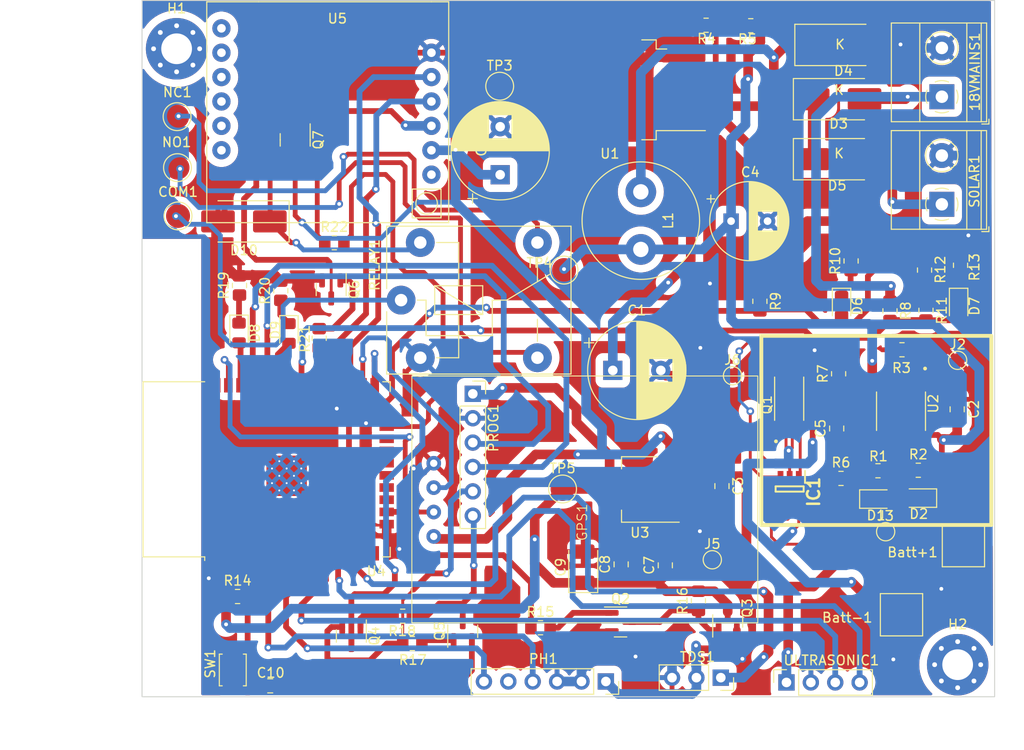
<source format=kicad_pcb>
(kicad_pcb (version 20221018) (generator pcbnew)
  (layers (0 "F.Cu" signal) (31 "B.Cu" signal) (34 "B.Paste" user) (35 "F.Paste" user) (36 "B.SilkS" user "B.Silkscreen") (37 "F.SilkS" user "F.Silkscreen") (38 "B.Mask" user) (39 "F.Mask" user) (44 "Edge.Cuts" user))
  (net 0 "")
  (net 1 "+ 18 V")
  (net 2 "GND")
  (net 3 "4.2")
  (net 4 "Net-(IC1-VDD)")
  (net 5 "Net-(IC1-VSS)")
  (net 6 "+3.3V")
  (net 7 "RESET")
  (net 8 "Net-(D1-K)")
  (net 9 "Net-(D2-K)")
  (net 10 "DC_Mains")
  (net 11 "Net-(D4-K)")
  (net 12 "DC_Solar")
  (net 13 "Net-(D6-K)")
  (net 14 "Solar_Voltage")
  (net 15 "Net-(D7-K)")
  (net 16 "Mains_Available")
  (net 17 "Net-(D8-K)")
  (net 18 "GREEN_LED")
  (net 19 "Net-(D9-K)")
  (net 20 "RED_LED")
  (net 21 "pwr")
  (net 22 "PH_Analog")
  (net 23 "Temp_Analog")
  (net 24 "Net-(IC1-OD)")
  (net 25 "Net-(IC1-CSI)")
  (net 26 "Net-(IC1-OC)")
  (net 28 "MCU_TX")
  (net 29 "MCU_RX")
  (net 30 "DTR")
  (net 31 "RTS")
  (net 32 "TurbidityAnalog")
  (net 33 "US_TX")
  (net 34 "US_RX")
  (net 37 "Net-(Q2-B)")
  (net 38 "Net-(Q2-C)")
  (net 39 "Net-(Q4-B)")
  (net 40 "GPIO0")
  (net 41 "Net-(Q5-B)")
  (net 42 "Net-(Q6-B)")
  (net 43 "SIM_RST")
  (net 44 "STDBY")
  (net 45 "CHRG")
  (net 46 "Net-(U2-PROG)")
  (net 47 "Net-(U1-FB)")
  (net 48 "Sen_pwr")
  (net 49 "SIM_RST_PIN")
  (net 62 "GPS RX")
  (net 63 "SIM_TX")
  (net 64 "SIM_RX")
  (net 67 "GPS TX")
  (net 75 "6V")
  (net 77 "NO")
  (net 78 "COM")
  (net 79 "NC")
  (net 80 "RL1")
  (net 81 "Net-(D10-K)")
  (net 82 "Net-(Q7-B)")
  (footprint "Package_TO_SOT_SMD:SOT-23" (layer "F.Cu") (at 94.4 119.9625 90)
    (fp_text reference "Q5")
    (fp_text value "BC817")
  )
  (footprint "Capacitor_THT:CP_Radial_D10.0mm_P5.00mm" (layer "F.Cu") (at 110.032323 92.8)
    (fp_text reference "C1")
    (fp_text value "470uF")
  )
  (footprint "Connector_PinSocket_2.54mm:PinSocket_1x06_P2.54mm_Vertical" (layer "F.Cu") (at 95.45 95.24)
    (fp_text reference "PROG1")
    (fp_text value "Conn_01x06_Socket")
  )
  (footprint "Resistor_SMD:R_0805_2012Metric_Pad1.20x1.40mm_HandSolder" (layer "F.Cu") (at 89.15 121.25)
    (fp_text reference "R17")
    (fp_text value "10K")
  )
  (footprint "TestPoint:TestPoint_Pad_D1.5mm" (layer "F.Cu") (at 138.45 109.6)
    (fp_text reference "J3")
    (fp_text value "IN+")
  )
  (footprint "Package_TO_SOT_SMD:SOT-23" (layer "F.Cu") (at 82.8 120.4625 -90)
    (fp_text reference "Q4")
    (fp_text value "BC817")
  )
  (footprint "Package_TO_SOT_SMD:SOT-23" (layer "F.Cu") (at 122 118.9 90)
    (fp_text reference "Q3")
    (fp_text value "IRLML5203")
  )
  (footprint "Inductor_THT:L_Radial_D12.0mm_P6.00mm_Murata_1900R" (layer "F.Cu") (at 112.95 74.2 -90)
    (fp_text reference "L1")
    (fp_text value "33uH")
  )
  (footprint "LED_SMD:LED_0805_2012Metric_Pad1.15x1.40mm_HandSolder" (layer "F.Cu") (at 137.6 106.2)
    (fp_text reference "D1")
    (fp_text value "GREEN_LED")
  )
  (footprint "Capacitor_THT:CP_Radial_D8.0mm_P3.80mm" (layer "F.Cu") (at 122.35 77.25)
    (fp_text reference "C4")
    (fp_text value "220uF")
  )
  (footprint "Capacitor_Tantalum_SMD:CP_EIA-3528-15_AVX-H_Pad1.50x2.35mm_HandSolder" (layer "F.Cu") (at 106.95 113.3 90)
    (fp_text reference "C9")
    (fp_text value "220uF")
  )
  (footprint "MountingHole:MountingHole_3.2mm_M3_Pad_Via" (layer "F.Cu") (at 64.6 59.3)
    (fp_text reference "H1")
    (fp_text value "MountingHole_Pad")
  )
  (footprint "TP4056:SOP127P600X175-9N" (layer "F.Cu") (at 140.05 97.05 -90)
    (fp_text reference "U2")
    (fp_text value "TP4056")
  )
  (footprint "Capacitor_THT:CP_Radial_D10.0mm_P5.00mm" (layer "F.Cu") (at 98.3 72.42 90)
    (fp_text reference "C6")
    (fp_text value "470uF")
  )
  (footprint "Resistor_SMD:R_0805_2012Metric_Pad1.20x1.40mm_HandSolder" (layer "F.Cu") (at 141.85 103.2)
    (fp_text reference "R2")
    (fp_text value "1K")
  )
  (footprint "Button_Switch_SMD:SW_SPST_B3U-1000P" (layer "F.Cu") (at 70.45 124 -90)
    (fp_text reference "SW1")
    (fp_text value "SW_MEC_5G")
  )
  (footprint "Resistor_SMD:R_0805_2012Metric_Pad1.20x1.40mm_HandSolder" (layer "F.Cu") (at 133.55 93.15 90)
    (fp_text reference "R7")
    (fp_text value "1K")
  )
  (footprint "KiCad:SOT95P280X135-6N" (layer "F.Cu") (at 128.45 105.15 -90)
    (fp_text reference "IC1")
    (fp_text value "DW01" hide)
  )
  (footprint "Capacitor_SMD:C_0805_2012Metric_Pad1.18x1.45mm_HandSolder" (layer "F.Cu") (at 74.35 125.65 180)
    (fp_text reference "C10")
    (fp_text value "0.1uF")
  )
  (footprint "Package_TO_SOT_SMD:TO-263-5_TabPin3" (layer "F.Cu") (at 109.725 63.575 180)
    (fp_text reference "U1")
    (fp_text value "LM2596S-ADJ")
  )
  (footprint "Resistor_SMD:R_0805_2012Metric_Pad1.20x1.40mm_HandSolder" (layer "F.Cu") (at 124.4 56.9)
    (fp_text reference "R5")
    (fp_text value "3.9k")
  )
  (footprint "Resistor_SMD:R_0805_2012Metric_Pad1.20x1.40mm_HandSolder" (layer "F.Cu") (at 142.65 86.55 -90)
    (fp_text reference "R11")
    (fp_text value "2.2 K")
  )
  (footprint "Connector_PinSocket_2.54mm:PinSocket_1x03_P2.54mm_Vertical" (layer "F.Cu") (at 121.28 124.8 -90)
    (fp_text reference "TDS1")
    (fp_text value "Conn_01x03_Socket")
  )
  (footprint "gps_module:gps_module" (layer "F.Cu") (at 107.35 108.62 90)
    (fp_text reference "GPS1")
    (fp_text value "~")
  )
  (footprint "Capacitor_SMD:C_0805_2012Metric_Pad1.18x1.45mm_HandSolder" (layer "F.Cu") (at 110.9 113 90)
    (fp_text reference "C8")
    (fp_text value "0.1uF")
  )
  (footprint "TerminalBlock_Phoenix:TerminalBlock_Phoenix_MKDS-1,5-2-5.08_1x02_P5.08mm_Horizontal" (layer "F.Cu") (at 144.3 75.5 90)
    (fp_text reference "S0LAR1")
    (fp_text value "Screw_Terminal_01x02")
  )
  (footprint "Resistor_SMD:R_0805_2012Metric_Pad1.20x1.40mm_HandSolder" (layer "F.Cu") (at 81.026 79.502)
    (fp_text reference "R22")
    (fp_text value "10K")
  )
  (footprint "Resistor_SMD:R_0805_2012Metric_Pad1.20x1.40mm_HandSolder" (layer "F.Cu") (at 79.45 89.45 90)
    (fp_text reference "R21")
    (fp_text value "10K")
  )
  (footprint "LED_SMD:LED_0805_2012Metric_Pad1.15x1.40mm_HandSolder" (layer "F.Cu") (at 141.9 106.1 180)
    (fp_text reference "D2")
    (fp_text value "RED_LED")
  )
  (footprint "Capacitor_SMD:C_0805_2012Metric_Pad1.18x1.45mm_HandSolder" (layer "F.Cu") (at 133.35 98.85 90)
    (fp_text reference "C5")
    (fp_text value "0.1uF")
  )
  (footprint "TestPoint:TestPoint_Pad_D1.5mm" (layer "F.Cu") (at 145.95 91.75)
    (fp_text reference "J2")
    (fp_text value "IN-")
  )
  (footprint "Resistor_SMD:R_0805_2012Metric_Pad1.20x1.40mm_HandSolder" (layer "F.Cu") (at 133.8 104.05)
    (fp_text reference "R6")
    (fp_text value "100")
  )
  (footprint "Diode_SMD:D_SMB_Handsoldering" (layer "F.Cu") (at 133.55 64.55)
    (fp_text reference "D3")
    (fp_text value "1N5820")
  )
  (footprint "Capacitor_SMD:C_0805_2012Metric_Pad1.18x1.45mm_HandSolder" (layer "F.Cu") (at 145.9 96.85 90)
    (fp_text reference "C2")
    (fp_text value "0.1uF")
  )
  (footprint "Capacitor_SMD:C_0805_2012Metric_Pad1.18x1.45mm_HandSolder" (layer "F.Cu") (at 121.4 104.85 -90)
    (fp_text reference "C3")
    (fp_text value "0.1uF")
  )
  (footprint "Resistor_SMD:R_0805_2012Metric_Pad1.20x1.40mm_HandSolder" (layer "F.Cu") (at 118.95 116.8 90)
    (fp_text reference "R16")
    (fp_text value "100k")
  )
  (footprint "Connector_PinSocket_2.54mm:PinSocket_1x04_P2.54mm_Vertical" (layer "F.Cu") (at 128.12 125.3 90)
    (fp_text reference "ULTRASONIC1")
    (fp_text value "Conn_01x04_Pin")
  )
  (footprint "TestPoint:TestPoint_Pad_D2.5mm" (layer "F.Cu") (at 104.8 105.15)
    (fp_text reference "TP5")
    (fp_text value "TestPoint")
  )
  (footprint "Resistor_SMD:R_0805_2012Metric_Pad1.20x1.40mm_HandSolder" (layer "F.Cu") (at 137.65 103.25 180)
    (fp_text reference "R1")
    (fp_text value "1K")
  )
  (footprint "TestPoint:TestPoint_Pad_4.0x4.0mm" (layer "F.Cu") (at 146.55 111.05)
    (fp_text reference "Batt+1")
    (fp_text value "BatteryPositive")
  )
  (footprint "Diode_SMD:D_SMB_Handsoldering" (layer "F.Cu") (at 133.55 70.8)
    (fp_text reference "D5")
    (fp_text value "1N5820")
  )
  (footprint "Resistor_SMD:R_0805_2012Metric_Pad1.20x1.40mm_HandSolder" (layer "F.Cu") (at 125.35 85.6 -90)
    (fp_text reference "R9")
    (fp_text value "10 K")
  )
  (footprint "Package_TO_SOT_SMD:SOT-23" (layer "F.Cu") (at 80.7 84.3625 -90)
    (fp_text reference "Q6")
    (fp_text value "BC817")
  )
  (footprint "Package_TO_SOT_SMD:SOT-223-3_TabPin2" (layer "F.Cu") (at 112.85 105.2 180)
    (fp_text reference "U3")
    (fp_text value "LM1117MP-3.3")
  )
  (footprint "Resistor_SMD:R_0805_2012Metric_Pad1.20x1.40mm_HandSolder" (layer "F.Cu") (at 142.5 82.35 -90)
    (fp_text reference "R12")
    (fp_text value "2.2 K")
  )
  (footprint "Resistor_SMD:R_0805_2012Metric_Pad1.20x1.40mm_HandSolder" (layer "F.Cu") (at 102.5 119.6)
    (fp_text reference "R15")
    (fp_text value "10k")
  )
  (footprint "RF_Module:ESP32-WROOM-32" (layer "F.Cu") (at 76.97 103.1 90)
    (fp_text reference "U4")
    (fp_text value "ESP32-WROOM-32")
  )
  (footprint "TestPoint:TestPoint_Pad_D2.5mm" (layer "F.Cu") (at 104.95 82.35)
    (fp_text reference "TP4")
    (fp_text value "TestPoint")
  )
  (footprint "SIM800L-Core-Module-KiCad-Footprint-main:SIM800L-CORE" (layer "F.Cu") (at 91.14 72.41 180)
    (fp_text reference "U5")
    (fp_text value "SIM800L-CORE")
  )
  (footprint "LED_SMD:LED_0805_2012Metric_Pad1.15x1.40mm_HandSolder" (layer "F.Cu") (at 76.3 88.95 -90)
    (fp_text reference "D9")
    (fp_text value "RED_LED")
  )
  (footprint "TestPoint:TestPoint_Pad_D2.5mm" (layer "F.Cu") (at 64.69 71.68)
    (fp_text reference "NO1")
    (fp_text value "TestPoint")
  )
  (footprint "LED_SMD:LED_0805_2012Metric_Pad1.15x1.40mm_HandSolder" (layer "F.Cu") (at 71.1 88.9 -90)
    (fp_text reference "D8")
    (fp_text value "GREEN_LED")
  )
  (footprint "Package_TO_SOT_SMD:SOT-23" (layer "F.Cu") (at 110.8375 119)
    (fp_text reference "Q2")
    (fp_text value "BC817")
  )
  (footprint "Resistor_SMD:R_0805_2012Metric_Pad1.20x1.40mm_HandSolder" (layer "F.Cu") (at 119.75 56.85)
    (fp_text reference "R4")
    (fp_text value "1K")
  )
  (footprint "Diode_SMD:D_SMB_Handsoldering" (layer "F.Cu") (at 71.61 77.28 180)
    (fp_text reference "D10")
    (fp_text value "1N5820")
  )
  (footprint "MountingHole:MountingHole_3.2mm_M3_Pad_Via" (layer "F.Cu") (at 145.95 123.45)
    (fp_text reference "H2")
    (fp_text value "MountingHole_Pad")
  )
  (footprint "Resistor_SMD:R_0805_2012Metric_Pad1.20x1.40mm_HandSolder" (layer "F.Cu") (at 88.15 118.4 180)
    (fp_text reference "R18")
    (fp_text value "10K")
  )
  (footprint "TestPoint:TestPoint_Pad_4.0x4.0mm" (layer "F.Cu") (at 140.1 118.25)
    (fp_text reference "Batt-1")
    (fp_text value "BatteryNegative")
  )
  (footprint "Diode_SMD:D_SMB_Handsoldering" (layer "F.Cu") (at 133.7 58.9)
    (fp_text reference "D4")
    (fp_text value "1N5819")
  )
  (footprint "Resistor_SMD:R_0805_2012Metric_Pad1.20x1.40mm_HandSolder" (layer "F.Cu") (at 138.9 86.6 -90)
    (fp_text reference "R8")
    (fp_text value "10 K")
  )
  (footprint "Resistor_SMD:R_0805_2012Metric_Pad1.20x1.40mm_HandSolder" (layer "F.Cu") (at 75.45 84.5 90)
    (fp_text reference "R20")
    (fp_text value "1k")
  )
  (footprint "Capacitor_SMD:C_0805_2012Metric_Pad1.18x1.45mm_HandSolder" (layer "F.Cu") (at 115.5 113.1 90)
    (fp_text reference "C7")
    (fp_text value "0.1uF")
  )
  (footprint "TestPoint:TestPoint_Pad_D2.5mm" (layer "F.Cu") (at 98.25 63.2)
    (fp_text reference "TP3")
    (fp_text value "TestPoint")
  )
  (footprint "TestPoint:TestPoint_Pad_D1.5mm" (layer "F.Cu") (at 120.396 112.522)
    (fp_text reference "J5")
    (fp_text value "OUT +")
  )
  (footprint "Relay_THT:Relay_SPDT_Finder_36.11" (layer "F.Cu") (at 87.98 85.48)
    (fp_text reference "RELAY1")
    (fp_text value "FINDER-36.11")
  )
  (footprint "Resistor_SMD:R_0805_2012Metric_Pad1.20x1.40mm_HandSolder" (layer "F.Cu") (at 71.15 83.95 90)
    (fp_text reference "R19")
    (fp_text value "1k")
  )
  (footprint "Resistor_SMD:R_0805_2012Metric_Pad1.20x1.40mm_HandSolder" (layer "F.Cu") (at 70.95 116.35)
    (fp_text reference "R14")
    (fp_text value "100K")
  )
  (footprint "Connector_PinSocket_2.54mm:PinSocket_1x06_P2.54mm_Vertical" (layer "F.Cu") (at 109.31 125.2 -90)
    (fp_text reference "PH1")
    (fp_text value "Conn_01x06_Socket")
  )
  (footprint "Resistor_SMD:R_0805_2012Metric_Pad1.20x1.40mm_HandSolder" (layer "F.Cu") (at 134.85 81.4 90)
    (fp_text reference "R10")
    (fp_text value "1k")
  )
  (footprint "Resistor_SMD:R_0805_2012Metric_Pad1.20x1.40mm_HandSolder" (layer "F.Cu") (at 140.15 90.65)
    (fp_text reference "R3")
    (fp_text value "1.2K")
  )
  (footprint "Resistor_SMD:R_0805_2012Metric_Pad1.20x1.40mm_HandSolder" (layer "F.Cu") (at 146.25 81.85 90)
    (fp_text reference "R13")
    (fp_text value "1k")
  )
  (footprint "LED_SMD:LED_0805_2012Metric_Pad1.15x1.40mm_HandSolder" (layer "F.Cu") (at 146.05 86.106 -90)
    (fp_text reference "D7")
    (fp_text value "RED_LED")
  )
  (footprint "TestPoint:TestPoint_Pad_D1.5mm" (layer "F.Cu") (at 122.5 93.35)
    (fp_text reference "J6")
    (fp_text value "OUT -")
  )
  (footprint "TerminalBlock_Phoenix:TerminalBlock_Phoenix_MKDS-1,5-2-5.08_1x02_P5.08mm_Horizontal" (layer "F.Cu") (at 144.305 64.295 90)
    (fp_text reference "18VMAINS1")
    (fp_text value "Screw_Terminal_01x02")
  )
  (footprint "TestPoint:TestPoint_Pad_D2.5mm" (layer "F.Cu") (at 64.75 76.71)
    (fp_text reference "COM1")
    (fp_text value "TestPoint")
  )
  (footprint "LED_SMD:LED_0805_2012Metric_Pad1.15x1.40mm_HandSolder" (layer "F.Cu") (at 133.858 86.106 -90)
    (fp_text reference "D6")
    (fp_text value "GREEN_LED")
  )
  (footprint "TestPoint:TestPoint_Pad_D2.5mm" (layer "F.Cu") (at 64.65 66.37)
    (fp_text reference "NC1")
    (fp_text value "TestPoint")
  )
  (footprint "Package_TO_SOT_SMD:SOT-23" (layer "F.Cu") (at 76.95 68.79 -90)
    (fp_text reference "Q7")
    (fp_text value "BC817")
  )
  (footprint "FS8205A:SOP65P640X120-8N" (layer "F.Cu") (at 128.4 95.7475 90)
    (fp_text reference "Q1")
    (fp_text value "FS8205A")
  )
  (gr_rect (start 125.5 89.2) (end 149.45 108.9) (stroke (width 0.4)) (fill none) (layer "F.SilkS"))
  (gr_rect (start 61 54.27) (end 149.8 126.79) (stroke (width 0.1)) (fill none) (layer "Edge.Cuts"))
  (segment (start 130.85 64.55) (end 130.85 70.8) (width 1) (layer "F.Cu") (net 1))
  (segment (start 125.65 70.8) (end 121.825 66.975) (width 1) (layer "F.Cu") (net 1))
  (segment (start 118.15 81.3) (end 118.15 67.75) (width 1) (layer "F.Cu") (net 1))
  (segment (start 115.8 83.65) (end 118.15 81.3) (width 1) (layer "F.Cu") (net 1))
  (segment (start 121.825 66.975) (end 117.375 66.975) (width 1) (layer "F.Cu") (net 1))
  (segment (start 130.85 70.8) (end 125.65 70.8) (width 1) (layer "F.Cu") (net 1))
  (segment (start 118.15 67.75) (end 117.375 66.975) (width 1) (layer "F.Cu") (net 1))
  (via (at 115.8 83.65) (size 0.8) (drill 0.4) (layers "F.Cu" "B.Cu") (net 1))
  (segment (start 113.75 85.7) (end 112.15 85.7) (width 1) (layer "B.Cu") (net 1))
  (segment (start 112.15 85.7) (end 110.032323 87.817677) (width 1) (layer "B.Cu") (net 1))
  (segment (start 110.032323 87.817677) (end 110.032323 92.8) (width 1) (layer "B.Cu") (net 1))
  (segment (start 115.8 83.65) (end 113.75 85.7) (width 1) (layer "B.Cu") (net 1))
  (segment (start 128.05 90.95) (end 128.125 90.875) (width 0.3) (layer "F.Cu") (net 2))
  (segment (start 142.65 85.343503) (end 144.25 83.743503) (width 1) (layer "F.Cu") (net 2))
  (segment (start 111.275 60.175) (end 110.65 60.8) (width 1) (layer "F.Cu") (net 2))
  (segment (start 146.25 80.85) (end 144.25 80.85) (width 1) (layer "F.Cu") (net 2))
  (segment (start 124.9 90.95) (end 128.05 90.95) (width 1) (layer "F.Cu") (net 2))
  (segment (start 128.075 92.8675) (end 128.075 91.275) (width 0.3) (layer "F.Cu") (net 2))
  (segment (start 115.582323 93.35) (end 115.032323 92.8) (width 1) (layer "F.Cu") (net 2))
  (segment (start 74.8375 82.8875) (end 70.6775 82.8875) (width 1) (layer "F.Cu") (net 2))
  (segment (start 112.4 122.6) (end 112.64 122.84) (width 0.5) (layer "F.Cu") (net 2))
  (segment (start 68.71 80.92) (end 68.71 77.48) (width 1) (layer "F.Cu") (net 2))
  (segment (start 117.75 56.85) (end 117.375 57.225) (width 1) (layer "F.Cu") (net 2))
  (segment (start 128.075 91.275) (end 128.1 91.25) (width 0.3) (layer "F.Cu") (net 2))
  (segment (start 143.75 81.35) (end 144.25 80.85) (width 1) (layer "F.Cu") (net 2))
  (segment (start 71.628 70.612) (end 69.596 72.644) (width 0.6) (layer "F.Cu") (net 2))
  (segment (start 69.596 76.594) (end 68.91 77.28) (width 0.6) (layer "F.Cu") (net 2))
  (segment (start 128.125 90.875) (end 128.725 90.875) (width 0.3) (layer "F.Cu") (net 2))
  (segment (start 142.65 85.55) (end 142.65 85.343503) (width 1) (layer "F.Cu") (net 2))
  (segment (start 71.15 82.95) (end 71.2125 82.8875) (width 1) (layer "F.Cu") (net 2))
  (segment (start 128.725 90.875) (end 128.725 92.8675) (width 0.3) (layer "F.Cu") (net 2))
  (segment (start 147.066 78.74) (end 147.066 80.034) (width 1) (layer "F.Cu") (net 2))
  (segment (start 136.715 59.215) (end 136.4 58.9) (width 1) (layer "F.Cu") (net 2))
  (segment (start 72.624 59.71) (end 71.628 60.706) (width 0.6) (layer "F.Cu") (net 2))
  (segment (start 104.6 59.6) (end 105.8 60.8) (width 1) (layer "F.Cu") (net 2))
  (segment (start 136.45 58.85) (end 136.4 58.9) (width 1) (layer "F.Cu") (net 2))
  (segment (start 139.415 94.575) (end 139.415 96.415) (width 0.6) (layer "F.Cu") (net 2))
  (segment (start 68.71 77.48) (end 68.91 77.28) (width 1) (layer "F.Cu") (net 2))
  (segment (start 122.5 93.35) (end 115.582323 93.35) (width 1) (layer "F.Cu") (net 2))
  (segment (start 117.375 63.575) (end 113.425 63.575) (width 1) (layer "F.Cu") (net 2))
  (segment (start 147.066 80.034) (end 146.25 80.85) (width 1) (layer "F.Cu") (net 2))
  (segment (start 139.415 90.915) (end 139.15 90.65) (width 0.6) (layer "F.Cu") (net 2))
  (segment (start 69.596 72.644) (end 69.596 76.594) (width 0.6) (layer "F.Cu") (net 2))
  (segment (start 106.95 111.675) (end 107.075 111.8) (width 1) (layer "F.Cu") (net 2))
  (segment (start 104.71 59.71) (end 105.8 60.8) (width 0.6) (layer "F.Cu") (net 2))
  (segment (start 74.8375 82.8875) (end 75.45 83.5) (width 1) (layer "F.Cu") (net 2))
  (segment (start 139.415 94.575) (end 139.415 90.915) (width 0.6) (layer "F.Cu") (net 2))
  (segment (start 91.14 59.71) (end 72.624 59.71) (width 0.6) (layer "F.Cu") (net 2))
  (segment (start 106 66.55) (end 105.8 66.35) (width 1) (layer "F.Cu") (net 2))
  (segment (start 113.425 63.575) (end 110.65 60.8) (width 1) (layer "F.Cu") (net 2))
  (segment (start 139.415 96.415) (end 140.05 97.05) (width 0.6) (layer "F.Cu") (net 2))
  (segment (start 118.75 56.85) (end 117.75 56.85) (width 1) (layer "F.Cu") (net 2))
  (segment (start 117.375 57.225) (end 117.375 60.175) (width 1) (layer "F.Cu") (net 2))
  (segment (start 142.5 81.35) (end 141.55 80.4) (width 1) (layer "F.Cu") (net 2))
  (segment (start 116 111.0375) (end 115.2375 111.8) (width 1) (layer "F.Cu") (net 2))
  (segment (start 70.6775 82.8875) (end 68.71 80.92) (width 1) (layer "F.Cu") (net 2))
  (segment (start 144.25 83.743503) (end 144.25 80.85) (width 1) (layer "F.Cu") (net 2))
  (segment (start 140 58.85) (end 136.45 58.85) (width 1) (layer "F.Cu") (net 2))
  (segment (start 117.375 60.175) (end 111.275 60.175) (width 1) (layer "F.Cu") (net 2))
  (segment (start 119.7875 107.5) (end 121.4 105.8875) (width 1) (layer "F.Cu") (net 2))
  (segment (start 111.5 111.8) (end 115.2375 111.8) (width 1) (layer "F.Cu") (net 2))
  (segment (start 71.2125 82.8875) (end 74.8375 82.8875) (width 1) (layer "F.Cu") (net 2))
  (segment (start 141.55 80.4) (end 134.85 80.4) (width 1) (layer "F.Cu") (net 2))
  (segment (start 116 107.5) (end 116 111.0375) (width 1) (layer "F.Cu") (net 2))
  (segment (start 75.45 83.5) (end 75.525 83.425) (width 1) (layer "F.Cu") (net 2))
  (segment (start 116 107.5) (end 119.7875 107.5) (width 1) (layer "F.Cu") (net 2))
  (segment (start 86.48 110.08) (end 87.8 111.4) (width 1) (layer "F.Cu") (net 2))
  (segment (start 142.5 81.35) (end 143.75 81.35) (width 1) (layer "F.Cu") (net 2))
  (segment (start 142.081 80.931) (end 142.5 81.35) (width 1) (layer "F.Cu") (net 2))
  (segment (start 91.14 59.71) (end 104.71 59.71) (width 0.6) (layer "F.Cu") (net 2))
  (segment (start 115.2375 111.8) (end 115.5 112.0625) (width 1) (layer "F.Cu") (net 2))
  (segment (start 86.48 108.81) (end 86.48 110.08) (width 1) (layer "F.Cu") (net 2))
  (segment (start 128.05 91.2) (end 128.05 90.95) (width 0.3) (layer "F.Cu") (net 2))
  (segment (start 107.075 111.8) (end 111.5 111.8) (width 1) (layer "F.Cu") (net 2))
  (segment (start 71.628 60.706) (end 71.628 70.612) (width 0.6) (layer "F.Cu") (net 2))
  (segment (start 122.5 93.35) (end 124.9 90.95) (width 1) (layer "F.Cu") (net 2))
  (segment (start 112.64 122.84) (end 123.53 122.84) (width 0.5) (layer "F.Cu") (net 2))
  (via (at 67.95 114.45) (size 0.8) (drill 0.4) (layers "F.Cu" "B.Cu") (net 2))
  (via (at 147.066 78.74) (size 0.8) (drill 0.4) (layers "F.Cu" "B.Cu") (net 2))
  (via (at 123.53 122.84) (size 0.8) (drill 0.4) (layers "F.Cu" "B.Cu") (net 2))
  (via (at 87.8 111.4) (size 0.8) (drill 0.4) (layers "F.Cu" "B.Cu") (net 2))
  (via (at 84.328 98.298) (size 0.8) (drill 0.4) (layers "F.Cu" "B.Cu") (net 2))
  (via (at 89.29 103.02) (size 0.8) (drill 0.4) (layers "F.Cu" "B.Cu") (net 2))
  (via (at 81.28 96.774) (size 0.8) (drill 0.4) (layers "F.Cu" "B.Cu") (net 2))
  (via (at 144.25 115.55) (size 0.8) (drill 0.4) (layers "F.Cu" "B.Cu") (net 2))
  (via (at 131.05 90.7) (size 0.8) (drill 0.4) (layers "F.Cu" "B.Cu") (net 2))
  (via (at 119.15 90.45) (size 0.8) (drill 0.4) (layers "F.Cu" "B.Cu") (net 2))
  (via (at 120.15 83.75) (size 0.8) (drill 0.4) (layers "F.Cu" "B.Cu") (net 2))
  (via (at 112.4 122.6) (size 0.8) (drill 0.4) (layers "F.Cu" "B.Cu") (net 2))
  (via (at 139.25 122.9) (size 0.8) (drill 0.4) (layers "F.Cu" "B.Cu") (net 2))
  (via (at 119.1 109.55) (size 0.8) (drill 0.4) (layers "F.Cu" "B.Cu") (net 2))
  (via (at 140 58.85) (size 0.8) (drill 0.4) (layers "F.Cu" "B.Cu") (net 2))
  (segment (start 89.29 103.02) (end 88.95 103.36) (width 0.3) (layer "B.Cu") (net 2))
  (segment (start 144.305 59.215) (end 140.365 59.215) (width 1) (layer "B.Cu") (net 2))
  (segment (start 119.1 90.5) (end 119.1 109.55) (width 1) (layer "B.Cu") (net 2))
  (segment (start 141.6 118.2) (end 141.6 120.55) (width 1) (layer "B.Cu") (net 2))
  (segment (start 119.15 90.45) (end 119.1 90.5) (width 1) (layer "B.Cu") (net 2))
  (segment (start 147.066 78.74) (end 147.95 77.856) (width 1) (layer "B.Cu") (net 2))
  (segment (start 88.95 103.36) (end 88.95 110.25) (width 0.3) (layer "B.Cu") (net 2))
  (segment (start 140.365 59.215) (end 140 58.85) (width 1) (layer "B.Cu") (net 2))
  (segment (start 147.95 77.856) (end 147.95 71.65) (width 1) (layer "B.Cu") (net 2))
  (segment (start 119.15 90.45) (end 119.15 84.75) (width 1) (layer "B.Cu") (net 2))
  (segment (start 147.95 71.65) (end 146.72 70.42) (width 1) (layer "B.Cu") (net 2))
  (segment (start 108.167919 122.6) (end 115.75 122.6) (width 1) (layer "B.Cu") (net 2))
  (segment (start 88.95 110.25) (end 87.8 111.4) (width 0.3) (layer "B.Cu") (net 2))
  (segment (start 106.77 123.997919) (end 108.167919 122.6) (width 1) (layer "B.Cu") (net 2))
  (segment (start 104.23 125.2) (end 106.77 125.2) (width 1) (layer "B.Cu") (net 2))
  (segment (start 115.75 122.6) (end 116.2 123.05) (width 1) (layer "B.Cu") (net 2))
  (segment (start 116.2 123.05) (end 116.2 124.8) (width 1) (layer "B.Cu") (net 2))
  (segment (start 146.72 70.42) (end 144.3 70.42) (width 1) (layer "B.Cu") (net 2))
  (segment (start 144.25 115.55) (end 141.6 118.2) (width 1) (layer "B.Cu") (net 2))
  (segment (start 106.77 125.2) (end 106.77 123.997919) (width 1) (layer "B.Cu") (net 2))
  (segment (start 119.15 84.75) (end 120.15 83.75) (width 1) (layer "B.Cu") (net 2))
  (segment (start 141.6 120.55) (end 139.25 122.9) (width 1) (layer "B.Cu") (net 2))
  (segment (start 120.4875 102.9) (end 121.4 103.8125) (width 1) (layer "F.Cu") (net 3))
  (segment (start 116 100.4) (end 116 102.9) (width 1) (layer "F.Cu") (net 3))
  (segment (start 123.95 104.45) (end 123.3125 103.8125) (width 1) (layer "F.Cu") (net 3))
  (segment (start 96.842283 110.35) (end 99.05 108.142283) (width 1) (layer "F.Cu") (net 3))
  (segment (start 99.05 104.5) (end 102 101.55) (width 1) (layer "F.Cu") (net 3))
  (segment (start 77.675 77.395) (end 76.95 76.67) (width 0.5) (layer "F.Cu") (net 3))
  (segment (start 133.8 112.45061) (end 133.8 106.7) (width 1) (layer "F.Cu") (net 3))
  (segment (start 136.225 99.525) (end 138.145 99.525) (width 1) (layer "F.Cu") (net 3))
  (segment (start 128.3 115.75) (end 127 114.45) (width 1) (layer "F.Cu") (net 3))
  (segment (start 139.54939 112.45061) (end 133.8 112.45061) (width 1) (layer "F.Cu") (net 3))
  (segment (start 102 101.55) (end 106.4 101.55) (width 1) (layer "F.Cu") (net 3))
  (segment (start 134.8 105.7) (end 134.8 102.25) (width 1) (layer "F.Cu") (net 3))
  (segment (start 128.3 122.15) (end 128.3 115.75) (width 1) (layer "F.Cu") (net 3))
  (segment (start 123.952 111.402) (end 123.952 109.982) (width 1) (layer "F.Cu") (net 3))
  (segment (start 99.05 108.142283) (end 99.05 104.5) (width 1) (layer "F.Cu") (net 3))
  (segment (start 93.65 69.82) (end 93.65 66.51) (width 1) (layer "F.Cu") (net 3))
  (segment (start 123.3125 103.8125) (end 121.4 103.8125) (width 1) (layer "F.Cu") (net 3))
  (segment (start 123.952 109.982) (end 123.95 109.98) (width 1) (layer "F.Cu") (net 3))
  (segment (start 135.3 101.75) (end 135.3 100.45) (width 1) (layer "F.Cu") (net 3))
  (segment (start 96.81 63.35) (end 98.7 63.35) (width 1) (layer "F.Cu") (net 3))
  (segment (start 133.8 112.45061) (end 130.93461 115.316) (width 1) (layer "F.Cu") (net 3))
  (segment (start 123.95 109.98) (end 123.95 104.45) (width 1) (layer "F.Cu") (net 3))
  (segment (start 127 114.45) (end 123.952 111.402) (width 1) (layer "F.Cu") (net 3))
  (segment (start 76.95 76.67) (end 76.95 69.7275) (width 0.5) (layer "F.Cu") (net 3))
  (segment (start 134.8 102.25) (end 135.3 101.75) (width 1) (layer "F.Cu") (net 3))
  (segment (start 127.866 115.316) (end 127 114.45) (width 1) (layer "F.Cu") (net 3))
  (segment (start 93.65 66.51) (end 96.81 63.35) (width 1) (layer "F.Cu") (net 3))
  (segment (start 133.8 106.7) (end 134.8 105.7) (width 1) (layer "F.Cu") (net 3))
  (segment (start 91.38 110.09) (end 91.64 110.35) (width 1) (layer "F.Cu") (net 3))
  (segment (start 91.64 110.35) (end 96.842283 110.35) (width 1) (layer "F.Cu") (net 3))
  (segment (start 122.832 112.522) (end 123.952 111.402) (width 0.6) (layer "F.Cu") (net 3))
  (segment (start 140.95 111.05) (end 139.54939 112.45061) (width 1) (layer "F.Cu") (net 3))
  (segment (start 146.55 111.05) (end 140.95 111.05) (width 1) (layer "F.Cu") (net 3))
  (segment (start 115.25 99.65) (end 116 100.4) (width 1) (layer "F.Cu") (net 3))
  (segment (start 135.3 100.45) (end 136.225 99.525) (width 1) (layer "F.Cu") (net 3))
  (segment (start 130.93461 115.316) (end 127.866 115.316) (width 1) (layer "F.Cu") (net 3))
  (segment (start 120.396 112.522) (end 122.832 112.522) (width 0.6) (layer "F.Cu") (net 3))
  (segment (start 115 99.65) (end 115.25 99.65) (width 1) (layer "F.Cu") (net 3))
  (segment (start 116 102.9) (end 120.4875 102.9) (width 1) (layer "F.Cu") (net 3))
  (via (at 115 99.65) (size 0.8) (drill 0.4) (layers "F.Cu" "B.Cu") (net 3))
  (via (at 128.3 122.15) (size 0.8) (drill 0.4) (layers "F.Cu" "B.Cu") (net 3))
  (via (at 77.675 77.395) (size 0.8) (drill 0.4) (layers "F.Cu" "B.Cu") (net 3))
  (via (at 106.4 101.55) (size 0.8) (drill 0.4) (layers "F.Cu" "B.Cu") (net 3))
  (via (at 93.65 69.82) (size 0.8) (drill 0.4) (layers "F.Cu" "B.Cu") (net 3))
  (segment (start 109.4 101.55) (end 113.1 101.55) (width 1) (layer "B.Cu") (net 3))
  (segment (start 93.65 69.82) (end 93.65 75.28) (width 1) (layer "B.Cu") (net 3))
  (segment (start 93.65 69.82) (end 96.25 72.42) (width 1) (layer "B.Cu") (net 3))
  (segment (start 128.12 122.33) (end 128.12 125.3) (width 1) (layer "B.Cu") (net 3))
  (segment (start 96.25 72.42) (end 98.3 72.42) (width 1) (layer "B.Cu") (net 3))
  (segment (start 107.25 88.88) (end 107.25 97.07) (width 1) (layer "B.Cu") (net 3))
  (segment (start 85.9 79.04) (end 89.66 75.28) (width 0.5) (layer "B.Cu") (net 3))
  (segment (start 93.65 75.28) (end 107.25 88.88) (width 1) (layer "B.Cu") (net 3))
  (segment (start 128.3 122.15) (end 128.12 122.33) (width 1) (layer "B.Cu") (net 3))
  (segment (start 93.572323 69.87) (end 91.14 69.87) (width 1) (layer "B.Cu") (net 3))
  (segment (start 106.4 101.55) (end 113.1 101.55) (width 1) (layer "B.Cu") (net 3))
  (segment (start 108.91 98.73) (end 108.91 101.06) (width 1) (layer "B.Cu") (net 3))
  (segment (start 79.32 79.04) (end 85.9 79.04) (width 0.5) (layer "B.Cu") (net 3))
  (segment (start 113.1 101.55) (end 115 99.65) (width 1) (layer "B.Cu") (net 3))
  (segment (start 77.675 77.395) (end 79.32 79.04) (width 0.5) (layer "B.Cu") (net 3))
  (segment (start 89.66 75.28) (end 93.65 75.28) (width 0.5) (layer "B.Cu") (net 3))
  (segment (start 108.91 101.06) (end 109.4 101.55) (width 1) (layer "B.Cu") (net 3))
  (segment (start 107.25 97.07) (end 108.91 98.73) (width 1) (layer "B.Cu") (net 3))
  (segment (start 127.3 110.9) (end 126.55 110.15) (width 0.3) (layer "F.Cu") (net 4))
  (segment (start 126.55 108.9) (end 127.15 108.3) (width 0.3) (layer "F.Cu") (net 4))
  (segment (start 131.9 106.25) (end 131.9 110.3) (width 0.3) (layer "F.Cu") (net 4))
  (segment (start 126.55 110.15) (end 126.55 108.9) (width 0.3) (layer "F.Cu") (net 4))
  (segment (start 127.15 108.3) (end 128.25 108.3) (width 0.3) (layer "F.Cu") (net 4))
  (segment (start 131.3 110.9) (end 127.3 110.9) (width 0.3) (layer "F.Cu") (net 4))
  (segment (start 128.45 108.1) (end 128.45 106.4) (width 0.3) (layer "F.Cu") (net 4))
  (segment (start 132.8 104.05) (end 132.7 103.95) (width 0.6) (layer "F.Cu") (net 4))
  (segment (start 132.8 104.05) (end 132.8 105.35) (width 0.3) (layer "F.Cu") (net 4))
  (segment (start 133.35 101.35) (end 133.35 100.2875) (width 0.6) (layer "F.Cu") (net 4))
  (segment (start 132.8 105.35) (end 131.9 106.25) (width 0.3) (layer "F.Cu") (net 4))
  (segment (start 128.25 108.3) (end 128.45 108.1) (width 0.3) (layer "F.Cu") (net 4))
  (segment (start 133.35 100.2875) (end 133.75 99.8875) (width 0.6) (layer "F.Cu") (net 4))
  (segment (start 131.9 110.3) (end 131.3 110.9) (width 0.3) (layer "F.Cu") (net 4))
  (segment (start 132.7 102) (end 133.35 101.35) (width 0.6) (layer "F.Cu") (net 4))
  (segment (start 132.7 103.95) (end 132.7 102) (width 0.6) (layer "F.Cu") (net 4))
  (segment (start 130.85 98.6) (end 131.6375 97.8125) (width 0.6) (layer "F.Cu") (net 5))
  (segment (start 137.616 117.55) (end 139.4 117.55) (width 1) (layer "F.Cu") (net 5))
  (segment (start 128.75 109.55) (end 129.4 108.9) (width 0.3) (layer "F.Cu") (net 5))
  (segment (start 129.4 108.9) (end 129.4 106.4) (width 0.3) (layer "F.Cu") (net 5))
  (segment (start 128.075 100.875) (end 128.075 98.6275) (width 0.3) (layer "F.Cu") (net 5))
  (segment (start 134.874 114.808) (end 137.616 117.55) (width 1) (layer "F.Cu") (net 5))
  (segment (start 128.45 101.15) (end 128.35 101.15) (width 0.3) (layer "F.Cu") (net 5))
  (segment (start 131.6375 97.8125) (end 133.75 97.8125) (width 0.6) (layer "F.Cu") (net 5))
  (segment (start 139.4 117.55) (end 140.1 118.25) (width 1) (layer "F.Cu") (net 5))
  (segment (start 128.725 98.6275) (end 128.725 100.875) (width 0.3) (layer "F.Cu") (net 5))
  (segment (start 128.35 101.15) (end 128.075 100.875) (width 0.3) (layer "F.Cu") (net 5))
  (segment (start 130.85 98.6) (end 130.85 100.3) (width 0.6) (layer "F.Cu") (net 5))
  (segment (start 128.725 100.875) (end 128.45 101.15) (width 0.3) (layer "F.Cu") (net 5))
  (via (at 128.75 109.55) (size 0.8) (drill 0.4) (layers "F.Cu" "B.Cu") (net 5))
  (via (at 130.85 100.3) (size 0.8) (drill 0.4) (layers "F.Cu" "B.Cu") (net 5))
  (via (at 134.874 114.808) (size 0.8) (drill 0.4) (layers "F.Cu" "B.Cu") (net 5))
  (via (at 128.35 101.15) (size 0.8) (drill 0.4) (layers "F.Cu" "B.Cu") (net 5))
  (segment (start 126.5 111.1) (end 124.05 108.65) (width 1) (layer "B.Cu") (net 5))
  (segment (start 126.5 111.1) (end 127.2 111.1) (width 1) (layer "B.Cu") (net 5))
  (segment (start 124.05 108.65) (end 124.05 102.5) (width 1) (layer "B.Cu") (net 5))
  (segment (start 130.85 101.95) (end 130.85 100.3) (width 1) (layer "B.Cu") (net 5))
  (segment (start 130.3 114.9) (end 126.5 111.1) (width 1) (layer "B.Cu") (net 5))
  (segment (start 134.782 114.9) (end 130.3 114.9) (width 1) (layer "B.Cu") (net 5))
  (segment (start 130.3 102.5) (end 130.85 101.95) (width 1) (layer "B.Cu") (net 5))
  (segment (start 127 102.5) (end 130.3 102.5) (width 1) (layer "B.Cu") (net 5))
  (segment (start 134.874 114.808) (end 134.782 114.9) (width 1) (layer "B.Cu") (net 5))
  (segment (start 127.2 111.1) (end 128.75 109.55) (width 1) (layer "B.Cu") (net 5))
  (segment (start 127 102.5) (end 128.1 102.5) (width 1) (layer "B.Cu") (net 5))
  (segment (start 128.35 102.25) (end 128.35 101.15) (width 1) (layer "B.Cu") (net 5))
  (segment (start 128.1 102.5) (end 128.35 102.25) (width 1) (layer "B.Cu") (net 5))
  (segment (start 124.05 102.5) (end 127 102.5) (width 1) (layer "B.Cu") (net 5))
  (segment (start 106.25 98.2) (end 109.7 101.65) (width 1) (layer "F.Cu") (net 6))
  (segment (start 115.5875 115.8) (end 114.7125 114.925) (width 1) (layer "F.Cu") (net 6))
  (segment (start 103.875 114.925) (end 106.95 114.925) (width 1) (layer "F.Cu") (net 6))
  (segment (start 106.25 96.75) (end 106.25 98.2) (width 1) (layer "F.Cu") (net 6))
  (segment (start 122 117.2) (end 120.6 115.8) (width 1) (layer "F.Cu") (net 6))
  (segment (start 122 117.9625) (end 122 117.2) (width 1) (layer "F.Cu") (net 6))
  (segment (start 115.5 114.1375) (end 114.7125 114.925) (width 1) (layer "F.Cu") (net 6))
  (segment (start 69.99 111.85) (end 69.99 116.31) (width 1) (layer "F.Cu") (net 6))
  (segment (start 101.9 108.05) (end 104.8 105.15) (width 1) (layer "F.Cu") (net 6))
  (segment (start 104.12 94.62) (end 106.25 96.75) (width 1) (layer "F.Cu") (net 6))
  (segment (start 101.9 110.4) (end 101.9 108.05) (width 1) (layer "F.Cu") (net 6))
  (segment (start 98.54 94.62) (end 104.12 94.62) (width 1) (layer "F.Cu") (net 6))
  (segment (start 120.6 115.8) (end 115.5875 115.8) (width 1) (layer "F.Cu") (net 6))
  (segment (start 101.9 110.4) (end 101.9 112.95) (width 1) (layer "F.Cu") (net 6))
  (segment (start 69.75 116.55) (end 69.95 116.35) (width 1) (layer "F.Cu") (net 6))
  (segment (start 109.7 101.65) (end 109.7 105.2) (width 1) (layer "F.Cu") (net 6))
  (segment (start 69.75 119.25) (end 69.75 116.55) (width 1) (layer "F.Cu") (net 6))
  (segment (start 104.8 105.15) (end 109.65 105.15) (width 1) (layer "F.Cu") (net 6))
  (segment (start 114.7125 114.925) (end 106.95 114.925) (width 1) (layer "F.Cu") (net 6))
  (segment (start 109.7 105.2) (end 116 105.2) (width 1) (layer "F.Cu") (net 6))
  (segment (start 101.9 112.95) (end 103.875 114.925) (width 1) (layer "F.Cu") (net 6))
  (segment (start 69.99 116.31) (end 69.95 116.35) (width 1) (layer "F.Cu") (net 6))
  (segment (start 109.65 105.15) (end 109.7 105.2) (width 1) (layer "F.Cu") (net 6))
  (via (at 101.9 110.4) (size 0.8) (drill 0.4) (layers "F.Cu" "B.Cu") (net 6))
  (via (at 98.54 94.62) (size 0.8) (drill 0.4) (layers "F.Cu" "B.Cu") (net 6))
  (via (at 69.75 119.25) (size 0.8) (drill 0.4) (layers "F.Cu" "B.Cu") (net 6))
  (segment (start 98.54 94.62) (end 97.82 95.34) (width 1) (layer "B.Cu") (net 6))
  (segment (start 95.55 95.34) (end 95.45 95.24) (width 1) (layer "B.Cu") (net 6))
  (segment (start 69.75 119.25) (end 70.134 119.634) (width 1) (layer "B.Cu") (net 6))
  (segment (start 100.58 117.62) (end 101.9 116.3) (width 1) (layer "B.Cu") (net 6))
  (segment (start 74.516 119.634) (end 76.53 117.62) (width 1) (layer "B.Cu") (net 6))
  (segment (start 97.82 95.34) (end 95.55 95.34) (width 1) (layer "B.Cu") (net 6))
  (segment (start 101.9 116.3) (end 101.9 110.4) (width 1) (layer "B.Cu") (net 6))
  (segment (start 76.53 117.62) (end 100.58 117.62) (width 1) (layer "B.Cu") (net 6))
  (segment (start 70.134 119.634) (end 74.516 119.634) (width 1) (layer "B.Cu") (net 6))
  (segment (start 75.3875 125.65) (end 75.4675 125.57) (width 0.6) (layer "F.Cu") (net 7))
  (segment (start 72.6 122.3) (end 75.3875 125.0875) (width 0.6) (layer "F.Cu") (net 7))
  (segment (start 75.3875 125.0875) (end 75.3875 125.65) (width 0.6) (layer "F.Cu") (net 7))
  (segment (start 71.26 111.85) (end 71.26 114.36) (width 0.6) (layer "F.Cu") (net 7))
  (segment (start 71.95 115.05) (end 71.95 116.35) (width 0.6) (layer "F.Cu") (net 7))
  (segment (start 72 116.4) (end 72 122.3) (width 0.6) (layer "F.Cu") (net 7))
  (segment (start 71.26 114.36) (end 71.95 115.05) (width 0.6) (layer "F.Cu") (net 7))
  (segment (start 95.35 124.05) (end 95.35 120.9) (width 0.6) (layer "F.Cu") (net 7))
  (segment (start 72 122.3) (end 70.45 122.3) (width 0.6) (layer "F.Cu") (net 7))
  (segment (start 75.4675 125.57) (end 93.83 125.57) (width 0.6) (layer "F.Cu") (net 7))
  (segment (start 70.45 122.3) (end 72.6 122.3) (width 0.6) (layer "F.Cu") (net 7))
  (segment (start 93.83 125.57) (end 95.35 124.05) (width 0.6) (layer "F.Cu") (net 7))
  (segment (start 71.95 116.35) (end 72 116.4) (width 0.6) (layer "F.Cu") (net 7))
  (segment (start 136.575 103.325) (end 136.65 103.25) (width 0.6) (layer "F.Cu") (net 8))
  (segment (start 136.575 106.2) (end 136.575 103.325) (width 0.6) (layer "F.Cu") (net 8))
  (segment (start 142.85 103.2) (end 142.85 105.975) (width 0.6) (layer "F.Cu") (net 9))
  (segment (start 138.9 85.6) (end 138.9 84.1) (width 1) (layer "F.Cu") (net 10))
  (segment (start 136.25 64.55) (end 140.5 64.55) (width 1) (layer "F.Cu") (net 10))
  (segment (start 138.9 84.1) (end 139 84) (width 1) (layer "F.Cu") (net 10))
  (segment (start 140.5 64.55) (end 140.75 64.3) (width 1) (layer "F.Cu") (net 10))
  (via (at 139 84) (size 0.8) (drill 0.4) (layers "F.Cu" "B.Cu") (net 10))
  (via (at 140.75 64.3) (size 0.8) (drill 0.4) (layers "F.Cu" "B.Cu") (net 10))
  (segment (start 133.3 64.3) (end 140.75 64.3) (width 1) (layer "B.Cu") (net 10))
  (segment (start 131.75 84) (end 131.2 83.45) (width 1) (layer "B.Cu") (net 10))
  (segment (start 140.75 64.3) (end 144.3 64.3) (width 1) (layer "B.Cu") (net 10))
  (segment (start 144.3 64.3) (end 144.305 64.295) (width 1) (layer "B.Cu") (net 10))
  (segment (start 139 84) (end 131.75 84) (width 1) (layer "B.Cu") (net 10))
  (segment (start 131.2 83.45) (end 131.2 66.4) (width 1) (layer "B.Cu") (net 10))
  (segment (start 131.2 66.4) (end 133.3 64.3) (width 1) (layer "B.Cu") (net 10))
  (segment (start 126.8 64.65) (end 126.175 65.275) (width 1) (layer "F.Cu") (net 11))
  (segment (start 128.1 58.9) (end 126.8 60.2) (width 1) (layer "F.Cu") (net 11))
  (segment (start 126.175 65.275) (end 117.375 65.275) (width 1) (layer "F.Cu") (net 11))
  (segment (start 126.8 60.2) (end 126.8 64.65) (width 1) (layer "F.Cu") (net 11))
  (segment (start 131 58.9) (end 128.1 58.9) (width 1) (layer "F.Cu") (net 11))
  (via (at 126.8 60.2) (size 0.8) (drill 0.4) (layers "F.Cu" "B.Cu") (net 11))
  (segment (start 112.95 61.802) (end 112.95 74.2) (width 1) (layer "B.Cu") (net 11))
  (segment (start 126.8 60.2) (end 125.95 59.35) (width 1) (layer "B.Cu") (net 11))
  (segment (start 125.95 59.35) (end 115.402 59.35) (width 1) (layer "B.Cu") (net 11))
  (segment (start 115.402 59.35) (end 112.95 61.802) (width 1) (layer "B.Cu") (net 11))
  (segment (start 125.35 81) (end 125.35 84.6) (width 1) (layer "F.Cu") (net 12))
  (segment (start 126 80.35) (end 125.35 81) (width 1) (layer "F.Cu") (net 12))
  (segment (start 136.25 70.8) (end 136.25 75.45) (width 1) (layer "F.Cu") (net 12))
  (segment (start 139.15 71.55) (end 138.4 70.8) (width 1) (layer "F.Cu") (net 12))
  (segment (start 136.25 75.45) (end 134.45 77.25) (width 1) (layer "F.Cu") (net 12))
  (segment (start 129.4 80.35) (end 126 80.35) (width 1) (layer "F.Cu") (net 12))
  (segment (start 130.3 79.45) (end 129.4 80.35) (width 1) (layer "F.Cu") (net 12))
  (segment (start 138.4 70.8) (end 136.25 70.8) (width 1) (layer "F.Cu") (net 12))
  (segment (start 134.45 77.25) (end 130.3 77.25) (width 1) (layer "F.Cu") (net 12))
  (segment (start 130.3 77.25) (end 130.3 79.45) (width 1) (layer "F.Cu") (net 12))
  (segment (start 139.15 75.25) (end 139.15 71.55) (width 1) (layer "F.Cu") (net 12))
  (via (at 139.15 75.25) (size 0.8) (drill 0.4) (layers "F.Cu" "B.Cu") (net 12))
  (segment (start 139.4 75.5) (end 139.15 75.25) (width 1) (layer "B.Cu") (net 12))
  (segment (start 144.3 75.5) (end 139.4 75.5) (width 1) (layer "B.Cu") (net 12))
  (segment (start 133.858 85.081) (end 133.858 84.592) (width 0.6) (layer "F.Cu") (net 13))
  (segment (start 134.8 82.45) (end 134.85 82.4) (width 0.6) (layer "F.Cu") (net 13))
  (segment (start 133.858 84.592) (end 134.8 83.65) (width 0.6) (layer "F.Cu") (net 13))
  (segment (start 134.8 83.65) (end 134.8 82.45) (width 0.6) (layer "F.Cu") (net 13))
  (segment (start 140.3 82.25) (end 137.35 82.25) (width 0.6) (layer "F.Cu") (net 14))
  (segment (start 78 108.3) (end 77.61 108.69) (width 0.6) (layer "F.Cu") (net 14))
  (segment (start 97.2 86.6) (end 96.86 86.26) (width 0.6) (layer "F.Cu") (net 14))
  (segment (start 90.932 86.868) (end 87.04 90.76) (width 0.6) (layer "F.Cu") (net 14))
  (segment (start 125.5 86.45) (end 125.35 86.6) (width 0.6) (layer "F.Cu") (net 14))
  (segment (start 137.35 82.25) (end 136.6 83) (width 0.6) (layer "F.Cu") (net 14))
  (segment (start 132.08 87.9) (end 131.588 87.9) (width 0.6) (layer "F.Cu") (net 14))
  (segment (start 125.35 86.6) (end 97.2 86.6) (width 0.6) (layer "F.Cu") (net 14))
  (segment (start 135.1 87.9) (end 133.858 87.9) (width 0.6) (layer "F.Cu") (net 14))
  (segment (start 133.858 87.9) (end 132.08 87.9) (width 0.6) (layer "F.Cu") (net 14))
  (segment (start 87.04 90.76) (end 87.04 95.54) (width 0.6) (layer "F.Cu") (net 14))
  (segment (start 130.138 86.45) (end 125.5 86.45) (width 0.6) (layer "F.Cu") (net 14))
  (segment (start 141.4 83.35) (end 140.3 82.25) (width 0.6) (layer "F.Cu") (net 14))
  (segment (start 87.04 95.54) (end 86.56 96.02) (width 0.6) (layer "F.Cu") (net 14))
  (segment (start 84.62 96.02) (end 82.55 98.09) (width 0.6) (layer "F.Cu") (net 14))
  (segment (start 133.858 87.131) (end 133.858 87.9) (width 0.6) (layer "F.Cu") (net 14))
  (segment (start 136.6 83) (end 136.6 86.4) (width 0.6) (layer "F.Cu") (net 14))
  (segment (start 82.55 105.35) (end 79.6 108.3) (width 0.6) (layer "F.Cu") (net 14))
  (segment (start 136.6 86.4) (end 135.1 87.9) (width 0.6) (layer "F.Cu") (net 14))
  (segment (start 131.588 87.9) (end 130.138 86.45) (width 0.6) (layer "F.Cu") (net 14))
  (segment (start 142.5 83.35) (end 141.4 83.35) (width 0.6) (layer "F.Cu") (net 14))
  (segment (start 79.6 108.3) (end 78 108.3) (width 0.6) (layer "F.Cu") (net 14))
  (segment (start 77.61 108.69) (end 77.61 111.85) (width 0.6) (layer "F.Cu") (net 14))
  (segment (start 86.56 96.02) (end 84.62 96.02) (width 0.6) (layer "F.Cu") (net 14))
  (segment (start 82.55 98.09) (end 82.55 105.35) (width 0.6) (layer "F.Cu") (net 14))
  (via (at 96.86 86.26) (size 0.8) (drill 0.4) (layers "F.Cu" "B.Cu") (net 14))
  (via (at 90.932 86.868) (size 0.8) (drill 0.4) (layers "F.Cu" "B.Cu") (net 14))
  (segment (start 91.54 86.26) (end 96.86 86.26) (width 0.6) (layer "B.Cu") (net 14))
  (segment (start 90.932 86.868) (end 91.54 86.26) (width 0.6) (layer "B.Cu") (net 14))
  (segment (start 146.05 83.05) (end 146.25 82.85) (width 0.6) (layer "F.Cu") (net 15))
  (segment (start 146.05 85.081) (end 146.05 83.05) (width 0.6) (layer "F.Cu") (net 15))
  (segment (start 96.266 88.646) (end 130.048 88.646) (width 0.6) (layer "F.Cu") (net 16))
  (segment (start 130.81 89.408) (end 137.092 89.408) (width 0.6) (layer "F.Cu") (net 16))
  (segment (start 142.65 87.55) (end 138.95 87.55) (width 0.6) (layer "F.Cu") (net 16))
  (segment (start 137.092 89.408) (end 138.9 87.6) (width 0.6) (layer "F.Cu") (net 16))
  (segment (start 130.048 88.646) (end 130.81 89.408) (width 0.6) (layer "F.Cu") (net 16))
  (segment (start 77.7 91.9) (end 77.61 91.99) (width 0.6) (layer "F.Cu") (net 16))
  (segment (start 138.95 87.55) (end 138.9 87.6) (width 0.6) (layer "F.Cu") (net 16))
  (segment (start 146.4 87.575) (end 142.675 87.575) (width 0.6) (layer "F.Cu") (net 16))
  (segment (start 142.675 87.575) (end 142.65 87.55) (width 0.6) (layer "F.Cu") (net 16))
  (segment (start 77.61 91.99) (end 77.61 94.35) (width 0.6) (layer "F.Cu") (net 16))
  (via (at 77.7 91.9) (size 0.8) (drill 0.4) (layers "F.Cu" "B.Cu") (net 16))
  (via (at 96.266 88.646) (size 0.8) (drill 0.4) (layers "F.Cu" "B.Cu") (net 16))
  (segment (start 77.7 88.924) (end 77.7 91.9) (width 0.6) (layer "B.Cu") (net 16))
  (segment (start 96.012 88.392) (end 78.232 88.392) (width 0.6) (layer "B.Cu") (net 16))
  (segment (start 78.232 88.392) (end 77.7 88.924) (width 0.6) (layer "B.Cu") (net 16))
  (segment (start 96.266 88.646) (end 96.012 88.392) (width 0.6) (layer "B.Cu") (net 16))
  (segment (start 71.15 84.95) (end 71.1 85) (width 0.6) (layer "F.Cu") (net 17))
  (segment (start 71.1 85) (end 71.1 87.875) (width 0.6) (layer "F.Cu") (net 17))
  (segment (start 71.26 94.35) (end 71.26 90.085) (width 0.6) (layer "F.Cu") (net 18))
  (segment (start 71.26 90.085) (end 71.1 89.925) (width 0.6) (layer "F.Cu") (net 18))
  (segment (start 75.4 87.025) (end 75.4 85.9) (width 0.6) (layer "F.Cu") (net 19))
  (segment (start 76.3 87.925) (end 75.4 87.025) (width 0.6) (layer "F.Cu") (net 19))
  (segment (start 75.15 91.125) (end 76.3 89.975) (width 0.6) (layer "F.Cu") (net 20))
  (segment (start 75.15 94.27) (end 75.15 91.125) (width 0.6) (layer "F.Cu") (net 20))
  (segment (start 75.07 94.35) (end 75.15 94.27) (width 0.6) (layer "F.Cu") (net 20))
  (segment (start 119.1 121.85) (end 122.35 121.85) (width 0.8) (layer "F.Cu") (net 21))
  (segment (start 118.7 121.45) (end 118.7 121.35) (width 0.8) (layer "F.Cu") (net 21))
  (segment (start 118.7 121.45) (end 119.1 121.85) (width 0.8) (layer "F.Cu") (net 21))
  (segment (start 122.35 121.85) (end 122.95 121.25) (width 0.8) (layer "F.Cu") (net 21))
  (segment (start 122.95 121.25) (end 122.95 119.8375) (width 0.8) (layer "F.Cu") (net 21))
  (via (at 118.7 121.45) (size 0.8) (drill 0.4) (layers "F.Cu" "B.Cu") (net 21))
  (segment (start 118.3 126.5) (end 118.74 126.06) (width 1) (layer "B.Cu") (net 21))
  (segment (start 118.7 123.557919) (end 118.74 123.597919) (width 1) (layer "B.Cu") (net 21))
  (segment (start 110.61 126.5) (end 118.3 126.5) (width 1) (layer "B.Cu") (net 21))
  (segment (start 118.74 123.597919) (end 118.74 124.8) (width 1) (layer "B.Cu") (net 21))
  (segment (start 118.74 126.06) (end 118.74 124.8) (width 1) (layer "B.Cu") (net 21))
  (segment (start 118.7 121.45) (end 118.7 123.557919) (width 1) (layer "B.Cu") (net 21))
  (segment (start 109.31 125.2) (end 110.61 126.5) (width 1) (layer "B.Cu") (net 21))
  (segment (start 74.15 121.666) (end 74.15 115.35) (width 0.6) (layer "F.Cu") (net 22))
  (segment (start 72.53 113.73) (end 72.53 111.85) (width 0.6) (layer "F.Cu") (net 22))
  (segment (start 74.15 115.35) (end 72.53 113.73) (width 0.6) (layer "F.Cu") (net 22))
  (via (at 74.15 121.666) (size 0.8) (drill 0.4) (layers "F.Cu" "B.Cu") (net 22))
  (segment (start 74.15 121.666) (end 75.946 121.666) (width 0.6) (layer "B.Cu") (net 22))
  (segment (start 75.946 121.666) (end 77.112 120.5) (width 0.6) (layer "B.Cu") (net 22))
  (segment (start 77.112 120.5) (end 100.688 120.5) (width 0.6) (layer "B.Cu") (net 22))
  (segment (start 100.688 120.5) (end 101.69 121.502) (width 0.6) (layer "B.Cu") (net 22))
  (segment (start 101.69 121.502) (end 101.69 125.2) (width 0.6) (layer "B.Cu") (net 22))
  (segment (start 76 116.35) (end 78.88 113.47) (width 0.6) (layer "F.Cu") (net 23))
  (segment (start 78.88 113.47) (end 78.88 111.85) (width 0.6) (layer "F.Cu") (net 23))
  (segment (start 78.232 121.75) (end 76 119.518) (width 0.6) (layer "F.Cu") (net 23))
  (segment (start 76 119.518) (end 76 116.35) (width 0.6) (layer "F.Cu") (net 23))
  (via (at 78.232 121.75) (size 0.8) (drill 0.4) (layers "F.Cu" "B.Cu") (net 23))
  (segment (start 95.842 121.75) (end 96.61 122.518) (width 0.6) (layer "B.Cu") (net 23))
  (segment (start 78.232 121.75) (end 95.842 121.75) (width 0.6) (layer "B.Cu") (net 23))
  (segment (start 96.61 122.518) (end 96.61 125.2) (width 0.6) (layer "B.Cu") (net 23))
  (segment (start 129.55 98.8025) (end 129.55 103.75) (width 0.3) (layer "F.Cu") (net 24))
  (segment (start 129.375 98.6275) (end 129.55 98.8025) (width 0.3) (layer "F.Cu") (net 24))
  (segment (start 129.55 103.75) (end 129.4 103.9) (width 0.3) (layer "F.Cu") (net 24))
  (segment (start 128.45 102.975) (end 127.725 102.25) (width 0.3) (layer "F.Cu") (net 25))
  (segment (start 125.55 97.4) (end 126.9 96.05) (width 0.3) (layer "F.Cu") (net 25))
  (segment (start 132.7 96.05) (end 133.55 95.2) (width 0.3) (layer "F.Cu") (net 25))
  (segment (start 126.9 96.05) (end 132.7 96.05) (width 0.3) (layer "F.Cu") (net 25))
  (segment (start 128.45 103.9) (end 128.45 102.975) (width 0.3) (layer "F.Cu") (net 25))
  (segment (start 127.725 102.25) (end 126.1 102.25) (width 0.3) (layer "F.Cu") (net 25))
  (segment (start 125.55 101.7) (end 125.55 97.4) (width 0.3) (layer "F.Cu") (net 25))
  (segment (start 133.55 95.2) (end 133.55 94.15) (width 0.3) (layer "F.Cu") (net 25))
  (segment (start 126.1 102.25) (end 125.55 101.7) (width 0.3) (layer "F.Cu") (net 25))
  (segment (start 124.3 89.7) (end 128.816 89.7) (width 0.3) (layer "F.Cu") (net 26))
  (segment (start 123.2 90.8) (end 124.3 89.7) (width 0.3) (layer "F.Cu") (net 26))
  (segment (start 125.5 103.9) (end 127.5 103.9) (width 0.3) (layer "F.Cu") (net 26))
  (segment (start 128.816 89.7) (end 129.375 90.259) (width 0.3) (layer "F.Cu") (net 26))
  (segment (start 129.375 90.259) (end 129.375 92.8675) (width 0.3) (layer "F.Cu") (net 26))
  (segment (start 124.35 97.05) (end 124.35 102.75) (width 0.3) (layer "F.Cu") (net 26))
  (segment (start 124.35 102.75) (end 125.5 103.9) (width 0.3) (layer "F.Cu") (net 26))
  (via (at 123.2 90.8) (size 0.8) (drill 0.4) (layers "F.Cu" "B.Cu") (net 26))
  (via (at 124.35 97.05) (size 0.8) (drill 0.4) (layers "F.Cu" "B.Cu") (net 26))
  (segment (start 123.2 90.8) (end 123.2 95.9) (width 0.3) (layer "B.Cu") (net 26))
  (segment (start 123.2 95.9) (end 124.35 97.05) (width 0.3) (layer "B.Cu") (net 26))
  (segment (start 72.8 86.15) (end 72.53 86.42) (width 0.6) (layer "F.Cu") (net 28))
  (segment (start 72.53 86.42) (end 72.53 94.35) (width 0.6) (layer "F.Cu") (net 28))
  (via (at 72.8 86.15) (size 0.8) (drill 0.4) (layers "F.Cu" "B.Cu") (net 28))
  (segment (start 72.8 86.15) (end 72.8 84.36) (width 0.6) (layer "B.Cu") (net 28))
  (segment (start 97.45 81.9) (end 105.2 89.65) (width 0.6) (layer "B.Cu") (net 28))
  (segment (start 105.2 100.35) (end 102.69 102.86) (width 0.6) (layer "B.Cu") (net 28))
  (segment (start 105.2 89.65) (end 105.2 100.35) (width 0.6) (layer "B.Cu") (net 28))
  (segment (start 72.8 84.36) (end 75.26 81.9) (width 0.6) (layer "B.Cu") (net 28))
  (segment (start 102.69 102.86) (end 95.45 102.86) (width 0.6) (layer "B.Cu") (net 28))
  (segment (start 75.26 81.9) (end 97.45 81.9) (width 0.6) (layer "B.Cu") (net 28))
  (segment (start 74.05 91.95) (end 73.8 92.2) (width 0.6) (layer "F.Cu") (net 29))
  (segment (start 73.8 92.2) (end 73.8 94.35) (width 0.6) (layer "F.Cu") (net 29))
  (segment (start 74.05 88.138) (end 74.05 91.95) (width 0.6) (layer "F.Cu") (net 29))
  (via (at 74.05 88.138) (size 0.8) (drill 0.4) (layers "F.Cu" "B.Cu") (net 29))
  (segment (start 101.74 100.46) (end 95.59 100.46) (width 0.6) (layer "B.Cu") (net 29))
  (segment (start 98.67 84.954) (end 98.67 91.92) (width 0.6) (layer "B.Cu") (net 29))
  (segment (start 96.706 82.99) (end 98.67 84.954) (width 0.6) (layer "B.Cu") (net 29))
  (segment (start 98.67 91.92) (end 103.3 96.55) (width 0.6) (layer "B.Cu") (net 29))
  (segment (start 75.76 82.99) (end 96.706 82.99) (width 0.6) (layer "B.Cu") (net 29))
  (segment (start 74.05 88.138) (end 74.05 84.7) (width 0.6) (layer "B.Cu") (net 29))
  (segment (start 103.3 98.9) (end 101.74 100.46) (width 0.6) (layer "B.Cu") (net 29))
  (segment (start 103.3 96.55) (end 103.3 98.9) (width 0.6) (layer "B.Cu") (net 29))
  (segment (start 95.59 100.46) (end 95.45 100.32) (width 0.6) (layer "B.Cu") (net 29))
  (segment (start 74.05 84.7) (end 75.76 82.99) (width 0.6) (layer "B.Cu") (net 29))
  (segment (start 92.69 113.94) (end 90.96 113.94) (width 0.6) (layer "F.Cu") (net 30))
  (segment (start 84.75 123) (end 80.55 123) (width 0.6) (layer "F.Cu") (net 30))
  (segment (start 90.96 113.94) (end 89.275 115.625) (width 0.6) (layer "F.Cu") (net 30))
  (segment (start 80.725 119.525) (end 81.85 119.525) (width 0.6) (layer "F.Cu") (net 30))
  (segment (start 88.15 116.75) (end 89.275 115.625) (width 0.3) (layer "F.Cu") (net 30))
  (segment (start 80.3 119.95) (end 80.725 119.525) (width 0.6) (layer "F.Cu") (net 30))
  (segment (start 80.55 123) (end 80.3 122.75) (width 0.6) (layer "F.Cu") (net 30))
  (segment (start 88.15 121.25) (end 88.15 116.75) (width 0.3) (layer "F.Cu") (net 30))
  (segment (start 86.5 121.25) (end 84.75 123) (width 0.6) (layer "F.Cu") (net 30))
  (segment (start 80.3 122.75) (end 80.3 119.95) (width 0.6) (layer "F.Cu") (net 30))
  (segment (start 88.15 121.25) (end 88.2 121.2) (width 0.3) (layer "F.Cu") (net 30))
  (segment (start 88.15 121.25) (end 86.5 121.25) (width 0.6) (layer "F.Cu") (net 30))
  (via (at 92.69 113.94) (size 0.8) (drill 0.4) (layers "F.Cu" "B.Cu") (net 30))
  (segment (start 92.69 113.94) (end 93.16 113.47) (width 0.6) (layer "B.Cu") (net 30))
  (segment (start 93.16 106.484) (end 94.244 105.4) (width 0.6) (layer "B.Cu") (net 30))
  (segment (start 94.244 105.4) (end 95.45 105.4) (width 0.6) (layer "B.Cu") (net 30))
  (segment (start 93.16 113.47) (end 93.16 106.484) (width 0.6) (layer "B.Cu") (net 30))
  (segment (start 95.55 115.944) (end 94.4 117.094) (width 0.6) (layer "F.Cu") (net 31))
  (segment (start 91.948 117.094) (end 94.4 117.094) (width 0.6) (layer "F.Cu") (net 31))
  (segment (start 94.4 117.094) (end 94.4 119.025) (width 0.6) (layer "F.Cu") (net 31))
  (segment (start 95.55 113.1) (end 95.55 115.944) (width 0.6) (layer "F.Cu") (net 31))
  (segment (start 90.642 118.4) (end 91.948 117.094) (width 0.6) (layer "F.Cu") (net 31))
  (segment (start 89.15 118.4) (end 90.642 118.4) (width 0.6) (layer "F.Cu") (net 31))
  (via (at 95.55 113.1) (size 0.8) (drill 0.4) (layers "F.Cu" "B.Cu") (net 31))
  (segment (start 95.55 108.04) (end 95.45 107.94) (width 0.6) (layer "B.Cu") (net 31))
  (segment (start 95.45 107.94) (end 95.45 107.37) (width 0.6) (layer "B.Cu") (net 31))
  (segment (start 95.55 113.1) (end 95.55 108.04) (width 0.6) (layer "B.Cu") (net 31))
  (segment (start 82.69 111.85) (end 82.69 112.74) (width 0.6) (layer "F.Cu") (net 32))
  (segment (start 126.25 116.344) (end 126.25 122.15) (width 1) (layer "F.Cu") (net 32))
  (segment (start 125.73 115.824) (end 126.25 116.344) (width 1) (layer "F.Cu") (net 32))
  (segment (start 82.69 112.74) (end 84.45 114.5) (width 0.6) (layer "F.Cu") (net 32))
  (segment (start 126.25 122.15) (end 125.75 122.65) (width 1) (layer "F.Cu") (net 32))
  (via (at 125.75 122.65) (size 0.8) (drill 0.4) (layers "F.Cu" "B.Cu") (net 32))
  (via (at 125.73 115.824) (size 0.8) (drill 0.4) (layers "F.Cu" "B.Cu") (net 32))
  (via (at 84.45 114.5) (size 0.8) (drill 0.4) (layers "F.Cu" "B.Cu") (net 32))
  (segment (start 107.95 115.824) (end 107.442 115.316) (width 0.6) (layer "B.Cu") (net 32))
  (segment (start 97.238 115.062) (end 85.012 115.062) (width 0.6) (layer "B.Cu") (net 32))
  (segment (start 97.8 109) (end 97.8 114.5) (width 0.6) (layer "B.Cu") (net 32))
  (segment (start 106.304 106.05) (end 100.75 106.05) (width 0.6) (layer "B.Cu") (net 32))
  (segment (start 107.442 107.188) (end 106.304 106.05) (width 0.6) (layer "B.Cu") (net 32))
  (segment (start 85.012 115.062) (end 84.45 114.5) (width 0.6) (layer "B.Cu") (net 32))
  (segment (start 123.6 124.8) (end 125.75 122.65) (width 1) (layer "B.Cu") (net 32))
  (segment (start 121.28 124.8) (end 123.6 124.8) (width 1) (layer "B.Cu") (net 32))
  (segment (start 125.73 115.824) (end 107.95 115.824) (width 0.6) (layer "B.Cu") (net 32))
  (segment (start 97.8 114.5) (end 97.238 115.062) (width 0.6) (layer "B.Cu") (net 32))
  (segment (start 107.442 115.316) (end 107.442 107.188) (width 0.6) (layer "B.Cu") (net 32))
  (segment (start 100.75 106.05) (end 97.8 109) (width 0.6) (layer "B.Cu") (net 32))
  (segment (start 77.6 117.2) (end 80.15 114.65) (width 0.6) (layer "F.Cu") (net 33))
  (segment (start 80.15 114.65) (end 80.15 111.85) (width 0.6) (layer "F.Cu") (net 33))
  (segment (start 77.6 118.85) (end 77.6 117.2) (width 0.6) (layer "F.Cu") (net 33))
  (via (at 77.6 118.85) (size 0.8) (drill 0.4) (layers "F.Cu" "B.Cu") (net 33))
  (segment (start 77.622 118.872) (end 131.572 118.872) (width 0.6) (layer "B.Cu") (net 33))
  (segment (start 77.6 118.85) (end 77.622 118.872) (width 0.6) (layer "B.Cu") (net 33))
  (segment (start 131.572 118.872) (end 133.2 120.5) (width 0.6) (layer "B.Cu") (net 33))
  (segment (start 133.2 120.5) (end 133.2 125.3) (width 0.6) (layer "B.Cu") (net 33))
  (segment (start 81.42 114.57) (end 81.55 114.7) (width 0.6) (layer "F.Cu") (net 34))
  (segment (start 81.42 111.85) (end 81.42 114.57) (width 0.6) (layer "F.Cu") (net 34))
  (via (at 81.55 114.7) (size 0.8) (drill 0.4) (layers "F.Cu" "B.Cu") (net 34))
  (segment (start 99.25 110.046) (end 101.854 107.442) (width 0.6) (layer "B.Cu") (net 34))
  (segment (start 81.55 115.7) (end 82.21 116.36) (width 0.6) (layer "B.Cu") (net 34))
  (segment (start 98.34 116.36) (end 99.25 115.45) (width 0.6) (layer "B.Cu") (net 34))
  (segment (start 135.74 119.992) (end 135.74 125.3) (width 0.6) (layer "B.Cu") (net 34))
  (segment (start 82.21 116.36) (end 98.34 116.36) (width 0.6) (layer "B.Cu") (net 34))
  (segment (start 105.85 116.4) (end 106.798 117.348) (width 0.6) (layer "B.Cu") (net 34))
  (segment (start 104.394 107.442) (end 105.85 108.898) (width 0.6) (layer "B.Cu") (net 34))
  (segment (start 105.85 108.898) (end 105.85 116.4) (width 0.6) (layer "B.Cu") (net 34))
  (segment (start 101.854 107.442) (end 104.394 107.442) (width 0.6) (layer "B.Cu") (net 34))
  (segment (start 106.798 117.348) (end 133.096 117.348) (width 0.6) (layer "B.Cu") (net 34))
  (segment (start 99.25 115.45) (end 99.25 110.046) (width 0.6) (layer "B.Cu") (net 34))
  (segment (start 133.096 117.348) (end 135.74 119.992) (width 0.6) (layer "B.Cu") (net 34))
  (segment (start 81.55 114.7) (end 81.55 115.7) (width 0.6) (layer "B.Cu") (net 34))
  (segment (start 105.9 118.05) (end 109.9 118.05) (width 0.6) (layer "F.Cu") (net 37))
  (segment (start 104.35 119.6) (end 105.9 118.05) (width 0.6) (layer "F.Cu") (net 37))
  (segment (start 103.5 119.6) (end 104.35 119.6) (width 0.6) (layer "F.Cu") (net 37))
  (segment (start 116.134 117.8) (end 118.95 117.8) (width 0.6) (layer "F.Cu") (net 38))
  (segment (start 111.775 119) (end 114.934 119) (width 0.6) (layer "F.Cu") (net 38))
  (segment (start 120.0915 119.8375) (end 121.05 119.8375) (width 0.6) (layer "F.Cu") (net 38))
  (segment (start 118.95 117.8) (end 118.95 118.696) (width 0.6) (layer "F.Cu") (net 38))
  (segment (start 118.95 118.696) (end 120.0915 119.8375) (width 0.6) (layer "F.Cu") (net 38))
  (segment (start 114.934 119) (end 116.134 117.8) (width 0.6) (layer "F.Cu") (net 38))
  (segment (start 83.75 118.65) (end 84.05 118.35) (width 0.6) (layer "F.Cu") (net 39))
  (segment (start 87.1 118.35) (end 87.15 118.4) (width 0.6) (layer "F.Cu") (net 39))
  (segment (start 84.05 118.35) (end 87.1 118.35) (width 0.6) (layer "F.Cu") (net 39))
  (segment (start 83.75 119.525) (end 83.75 118.65) (width 0.6) (layer "F.Cu") (net 39))
  (segment (start 85.22 91.06) (end 85.22 91.81) (width 0.6) (layer "F.Cu") (net 40))
  (segment (start 83.15 116.1) (end 82.8 116.45) (width 0.6) (layer "F.Cu") (net 40))
  (segment (start 87.33 114.97) (end 86.2 116.1) (width 0.6) (layer "F.Cu") (net 40))
  (segment (start 85.22 91.81) (end 85.23 91.82) (width 0.6) (layer "F.Cu") (net 40))
  (segment (start 82.8 116.45) (end 82.8 121.4) (width 0.6) (layer "F.Cu") (net 40))
  (segment (start 86.2 116.1) (end 83.15 116.1) (width 0.6) (layer "F.Cu") (net 40))
  (segment (start 85.23 91.82) (end 85.23 94.35) (width 0.6) (layer "F.Cu") (net 40))
  (segment (start 87.33 113.61) (end 87.33 114.97) (width 0.6) (layer "F.Cu") (net 40))
  (via (at 87.33 113.61) (size 0.8) (drill 0.4) (layers "F.Cu" "B.Cu") (net 40))
  (via (at 85.22 91.06) (size 0.8) (drill 0.4) (layers "F.Cu" "B.Cu") (net 40))
  (segment (start 86.41 104.344) (end 90.2 100.554) (width 0.6) (layer "B.Cu") (net 40))
  (segment (start 90.2 98.074) (end 85.22 93.094) (width 0.6) (layer "B.Cu") (net 40))
  (segment (start 90.2 100.554) (end 90.2 98.074) (width 0.6) (layer "B.Cu") (net 40))
  (segment (start 85.22 93.094) (end 85.22 91.06) (width 0.6) (layer "B.Cu") (net 40))
  (segment (start 86.41 112.69) (end 86.41 104.344) (width 0.6) (layer "B.Cu") (net 40))
  (segment (start 87.33 113.61) (end 86.41 112.69) (width 0.6) (layer "B.Cu") (net 40))
  (segment (start 90.5 120.9) (end 93.45 120.9) (width 0.6) (layer "F.Cu") (net 41))
  (segment (start 90.15 121.25) (end 90.5 120.9) (width 0.6) (layer "F.Cu") (net 41))
  (segment (start 82.515 83.425) (end 82.92 83.83) (width 0.6) (layer "F.Cu") (net 42))
  (segment (start 81.65 83.425) (end 82.515 83.425) (width 0.6) (layer "F.Cu") (net 42))
  (segment (start 82.92 83.83) (end 82.92 86.4) (width 0.6) (layer "F.Cu") (net 42))
  (segment (start 80.87 88.45) (end 79.45 88.45) (width 0.6) (layer "F.Cu") (net 42))
  (segment (start 82.92 86.4) (end 80.87 88.45) (width 0.6) (layer "F.Cu") (net 42))
  (segment (start 72.898 73.66) (end 71.628 74.93) (width 0.6) (layer "F.Cu") (net 43))
  (segment (start 72.898 81.28) (end 80.264 81.28) (width 0.6) (layer "F.Cu") (net 43))
  (segment (start 74.676 65.786) (end 72.898 67.564) (width 0.6) (layer "F.Cu") (net 43))
  (segment (start 80.7 81.716) (end 80.7 85.3) (width 0.3) (layer "F.Cu") (net 43))
  (segment (start 86.956 65.786) (end 74.676 65.786) (width 0.6) (layer "F.Cu") (net 43))
  (segment (start 80.518 81.534) (end 80.7 81.716) (width 0.3) (layer "F.Cu") (net 43))
  (segment (start 72.898 67.564) (end 72.898 73.66) (width 0.6) (layer "F.Cu") (net 43))
  (segment (start 71.628 74.93) (end 71.628 80.01) (width 0.6) (layer "F.Cu") (net 43))
  (segment (start 71.628 80.01) (end 72.898 81.28) (width 0.6) (layer "F.Cu") (net 43))
  (segment (start 88.436 67.266) (end 86.956 65.786) (width 0.6) (layer "F.Cu") (net 43))
  (segment (start 80.264 81.28) (end 80.518 81.534) (width 0.6) (layer "F.Cu") (net 43))
  (via (at 88.436 67.266) (size 0.8) (drill 0.4) (layers "F.Cu" "B.Cu") (net 43))
  (segment (start 88.5 67.33) (end 91.14 67.33) (width 1) (layer "B.Cu") (net 43))
  (segment (start 91.2 66.87) (end 91.33 66.74) (width 0.6) (layer "B.Cu") (net 43))
  (segment (start 88.436 67.266) (end 88.5 67.33) (width 1) (layer "B.Cu") (net 43))
  (segment (start 138.65 103.25) (end 139.415 102.485) (width 0.6) (layer "F.Cu") (net 44))
  (segment (start 139.415 102.485) (end 139.415 99.525) (width 0.6) (layer "F.Cu") (net 44))
  (segment (start 140.65 103) (end 140.65 99.56) (width 0.6) (layer "F.Cu") (net 45))
  (segment (start 140.65 99.56) (end 140.685 99.525) (width 0.6) (layer "F.Cu") (net 45))
  (segment (start 140.85 103.2) (end 140.65 103) (width 0.6) (layer "F.Cu") (net 45))
  (segment (start 140.685 94.575) (end 140.685 91.115) (width 0.6) (layer "F.Cu") (net 46))
  (segment (start 140.685 91.115) (end 141.15 90.65) (width 0.6) (layer "F.Cu") (net 46))
  (segment (start 120.75 61.95) (end 120.75 56.85) (width 0.6) (layer "F.Cu") (net 47))
  (segment (start 117.45 61.95) (end 120.75 61.95) (width 0.6) (layer "F.Cu") (net 47))
  (segment (start 117.375 61.875) (end 117.45 61.95) (width 0.6) (layer "F.Cu") (net 47))
  (segment (start 120.75 56.85) (end 123.15 56.85) (width 1) (layer "F.Cu") (net 47))
  (segment (start 101.5 114.9) (end 101.5 119.6) (width 0.6) (layer "F.Cu") (net 48))
  (segment (start 88.800001 108.000001) (end 88.800001 112.04) (width 0.6) (layer "F.Cu") (net 48))
  (segment (start 86.48 107.54) (end 88.34 107.54) (width 0.6) (layer "F.Cu") (net 48))
  (segment (start 98.64 112.04) (end 101.5 114.9) (width 0.6) (layer "F.Cu") (net 48))
  (segment (start 88.800001 112.04) (end 98.64 112.04) (width 0.6) (layer "F.Cu") (net 48))
  (segment (start 88.34 107.54) (end 88.800001 108.000001) (width 0.6) (layer "F.Cu") (net 48))
  (segment (start 79.45 90.45) (end 79.45 92.25) (width 0.6) (layer "F.Cu") (net 49))
  (segment (start 79.45 92.25) (end 78.88 92.82) (width 0.6) (layer "F.Cu") (net 49))
  (segment (start 78.88 92.82) (end 78.88 94.35) (width 0.6) (layer "F.Cu") (net 49))
  (segment (start 89.82 107.55) (end 91.38 107.55) (width 0.5) (layer "F.Cu") (net 62))
  (segment (start 88.41 100.17) (end 88.41 106.14) (width 0.5) (layer "F.Cu") (net 62))
  (segment (start 69.99 92.094) (end 69.99 94.35) (width 0.5) (layer "F.Cu") (net 62))
  (segment (start 88.85 99.73) (end 88.41 100.17) (width 0.5) (layer "F.Cu") (net 62))
  (segment (start 88.41 106.14) (end 89.82 107.55) (width 0.5) (layer "F.Cu") (net 62))
  (segment (start 69.59 91.694) (end 69.99 92.094) (width 0.5) (layer "F.Cu") (net 62))
  (via (at 88.85 99.73) (size 0.8) (drill 0.4) (layers "F.Cu" "B.Cu") (net 62))
  (via (at 69.59 91.694) (size 0.8) (drill 0.4) (layers "F.Cu" "B.Cu") (net 62))
  (segment (start 70.17 92.274) (end 70.17 98.64) (width 0.5) (layer "B.Cu") (net 62))
  (segment (start 70.17 98.64) (end 71.26 99.73) (width 0.5) (layer "B.Cu") (net 62))
  (segment (start 71.26 99.73) (end 88.85 99.73) (width 0.5) (layer "B.Cu") (net 62))
  (segment (start 69.59 91.694) (end 70.17 92.274) (width 0.5) (layer "B.Cu") (net 62))
  (segment (start 85.598 87.412) (end 82.69 90.32) (width 0.6) (layer "F.Cu") (net 63))
  (segment (start 85.598 77.698) (end 85.598 87.412) (width 0.6) (layer "F.Cu") (net 63))
  (segment (start 82.69 90.32) (end 82.69 94.35) (width 0.6) (layer "F.Cu") (net 63))
  (segment (start 85.35 77.45) (end 85.598 77.698) (width 0.6) (layer "F.Cu") (net 63))
  (via (at 85.35 77.45) (size 0.8) (drill 0.4) (layers "F.Cu" "B.Cu") (net 63))
  (segment (start 83.65 74.79) (end 83.65 63.72) (width 0.6) (layer "B.Cu") (net 63))
  (segment (start 85.35 77.45) (end 85.35 76.49) (width 0.6) (layer "B.Cu") (net 63))
  (segment (start 85.35 76.49) (end 83.65 74.79) (width 0.6) (layer "B.Cu") (net 63))
  (segment (start 85.12 62.25) (end 91.14 62.25) (width 0.6) (layer "B.Cu") (net 63))
  (segment (start 83.65 63.72) (end 85.12 62.25) (width 0.6) (layer "B.Cu") (net 63))
  (segment (start 81.42 89.8) (end 81.42 94.35) (width 0.6) (layer "F.Cu") (net 64))
  (segment (start 84.328 74.93) (end 84.328 86.892) (width 0.6) (layer "F.Cu") (net 64))
  (segment (start 85.344 73.914) (end 84.328 74.93) (width 0.6) (layer "F.Cu") (net 64))
  (segment (start 84.328 86.892) (end 81.42 89.8) (width 0.6) (layer "F.Cu") (net 64))
  (via (at 85.344 73.914) (size 0.8) (drill 0.4) (layers "F.Cu" "B.Cu") (net 64))
  (segment (start 85.4 66.238) (end 86.848 64.79) (width 0.6) (layer "B.Cu") (net 64))
  (segment (start 85.344 73.914) (end 85.4 73.858) (width 0.6) (layer "B.Cu") (net 64))
  (segment (start 85.4 73.858) (end 85.4 66.238) (width 0.6) (layer "B.Cu") (net 64))
  (segment (start 86.848 64.79) (end 91.14 64.79) (width 0.6) (layer "B.Cu") (net 64))
  (segment (start 83.99 94.32) (end 83.96 94.35) (width 0.5) (layer "F.Cu") (net 67))
  (segment (start 83.99 91.62) (end 83.99 94.32) (width 0.5) (layer "F.Cu") (net 67))
  (via (at 83.99 91.62) (size 0.8) (drill 0.4) (layers "F.Cu" "B.Cu") (net 67))
  (segment (start 92.66 105.01) (end 93.21 104.46) (width 0.5) (layer "B.Cu") (net 67))
  (segment (start 93.21 104.46) (end 93.21 99.14) (width 0.5) (layer "B.Cu") (net 67))
  (segment (start 93.21 99.14) (end 86.78 92.71) (width 0.5) (layer "B.Cu") (net 67))
  (segment (start 91.38 105.01) (end 92.66 105.01) (width 0.5) (layer "B.Cu") (net 67))
  (segment (start 86.36 89.408) (end 84.582 89.408) (width 0.5) (layer "B.Cu") (net 67))
  (segment (start 84.582 89.408) (end 83.99 90) (width 0.5) (layer "B.Cu") (net 67))
  (segment (start 83.99 90) (end 83.99 91.62) (width 0.5) (layer "B.Cu") (net 67))
  (segment (start 86.78 89.828) (end 86.36 89.408) (width 0.5) (layer "B.Cu") (net 67))
  (segment (start 86.78 92.71) (end 86.78 89.828) (width 0.5) (layer "B.Cu") (net 67))
  (segment (start 125.4 58.6) (end 125.4 56.9) (width 1) (layer "F.Cu") (net 75))
  (segment (start 145.9 99.35) (end 145.3 99.95) (width 1) (layer "F.Cu") (net 75))
  (segment (start 144.6 99.95) (end 144.5 100.05) (width 1) (layer "F.Cu") (net 75))
  (segment (start 138.625 106.2) (end 140.775 106.2) (width 0.6) (layer "F.Cu") (net 75))
  (segment (start 137.05 94.25) (end 137.375 94.575) (width 1) (layer "F.Cu") (net 75))
  (segment (start 138.625 106.2) (end 138.625 109.425) (width 0.6) (layer "F.Cu") (net 75))
  (segment (start 143.875 99.525) (end 141.955 99.525) (width 0.6) (layer "F.Cu") (net 75))
  (segment (start 145.9 97.8875) (end 145.9 99.35) (width 1) (layer "F.Cu") (net 75))
  (segment (start 138.625 109.425) (end 138.45 109.6) (width 0.6) (layer "F.Cu") (net 75))
  (segment (start 137.05 91.8) (end 137.05 94.25) (width 1) (layer "F.Cu") (net 75))
  (segment (start 124.125 62.45) (end 124.125 59.875) (width 1) (layer "F.Cu") (net 75))
  (segment (start 124.125 59.875) (end 125.4 58.6) (width 1) (layer "F.Cu") (net 75))
  (segment (start 144.3 107.35) (end 144.3 99.95) (width 0.6) (layer "F.Cu") (net 75))
  (segment (start 143.75 107.9) (end 144.3 107.35) (width 0.6) (layer "F.Cu") (net 75))
  (segment (start 140.775 106.2) (end 140.875 106.1) (width 0.6) (layer "F.Cu") (net 75))
  (segment (start 140.875 106.1) (end 140.875 107.575) (width 0.6) (layer "F.Cu") (net 75))
  (segment (start 144.3 99.95) (end 143.875 99.525) (width 0.6) (layer "F.Cu") (net 75))
  (segment (start 145.3 99.95) (end 144.6 99.95) (width 1) (layer "F.Cu") (net 75))
  (segment (start 144.4 99.95) (end 144.3 99.95) (width 1) (layer "F.Cu") (net 75))
  (segment (start 137.375 94.575) (end 138.145 94.575) (width 1) (layer "F.Cu") (net 75))
  (segment (start 140.875 107.575) (end 141.2 107.9) (width 0.6) (layer "F.Cu") (net 75))
  (segment (start 144.5 100.05) (end 144.4 99.95) (width 1) (layer "F.Cu") (net 75))
  (segment (start 141.2 107.9) (end 143.75 107.9) (width 0.6) (layer "F.Cu") (net 75))
  (segment (start 104.95 82.25) (end 104.7 82.5) (width 1) (layer "F.Cu") (net 75))
  (via (at 104.95 82.25) (size 0.8) (drill 0.4) (layers "F.Cu" "B.Cu") (net 75))
  (via (at 144.5 100.05) (size 0.8) (drill 0.4) (layers "F.Cu" "B.Cu") (net 75))
  (via (at 124.125 62.45) (size 0.8) (drill 0.4) (layers "F.Cu" "B.Cu") (net 75))
  (via (at 137.05 91.8) (size 0.8) (drill 0.4) (layers "F.Cu" "B.Cu") (net 75))
  (segment (start 124.125 62.45) (end 123.85 62.725) (width 1) (layer "B.Cu") (net 75))
  (segment (start 143.55 88) (end 137.05 88) (width 1) (layer "B.Cu") (net 75))
  (segment (start 137.05 88.3) (end 137.05 91.8) (width 1) (layer "B.Cu") (net 75))
  (segment (start 144.5 100.05) (end 147 100.05) (width 1) (layer "B.Cu") (net 75))
  (segment (start 112.95 80.2) (end 119.4 80.2) (width 1) (layer "B.Cu") (net 75))
  (segment (start 148.2 98.85) (end 148.2 92.65) (width 1) (layer "B.Cu") (net 75))
  (segment (start 136.7 87.95) (end 137.05 88.3) (width 1) (layer "B.Cu") (net 75))
  (segment (start 147 100.05) (end 148.2 98.85) (width 1) (layer "B.Cu") (net 75))
  (segment (start 119.4 80.2) (end 122.35 77.25) (width 1) (layer "B.Cu") (net 75))
  (segment (start 122.35 77.25) (end 122.35 87.45) (width 1) (layer "B.Cu") (net 75))
  (segment (start 123.85 62.725) (end 123.85 67.2) (width 1) (layer "B.Cu") (net 75))
  (segment (start 107 80.2) (end 104.95 82.25) (width 1) (layer "B.Cu") (net 75))
  (segment (start 137.05 88) (end 137.05 91.8) (width 1) (layer "B.Cu") (net 75))
  (segment (start 122.35 87.45) (end 122.85 87.95) (width 1) (layer "B.Cu") (net 75))
  (segment (start 112.95 80.2) (end 107 80.2) (width 1) (layer "B.Cu") (net 75))
  (segment (start 123.85 67.2) (end 122.35 68.7) (width 1) (layer "B.Cu") (net 75))
  (segment (start 148.2 92.65) (end 143.55 88) (width 1) (layer "B.Cu") (net 75))
  (segment (start 122.85 87.95) (end 136.7 87.95) (width 1) (layer "B.Cu") (net 75))
  (segment (start 122.35 68.7) (end 122.35 77.25) (width 1) (layer "B.Cu") (net 75))
  (segment (start 94.17 77.05) (end 94.17 88.87) (width 0.5) (layer "F.Cu") (net 77))
  (segment (start 83.272 71.16) (end 87.98 71.16) (width 0.5) (layer "F.Cu") (net 77))
  (segment (start 94.17 88.87) (end 96.22 90.92) (width 0.5) (layer "F.Cu") (net 77))
  (segment (start 64.81 71.8) (end 64.69 71.68) (width 0.5) (layer "F.Cu") (net 77))
  (segment (start 101.62 90.92) (end 102.18 91.48) (width 0.5) (layer "F.Cu") (net 77))
  (segment (start 81.534 72.898) (end 83.272 71.16) (width 0.5) (layer "F.Cu") (net 77))
  (segment (start 88.4 75.42) (end 89.9 76.92) (width 0.5) (layer "F.Cu") (net 77))
  (segment (start 89.9 76.92) (end 94.04 76.92) (width 0.5) (layer "F.Cu") (net 77))
  (segment (start 88.4 71.58) (end 88.4 75.42) (width 0.5) (layer "F.Cu") (net 77))
  (segment (start 81.534 75.46) (end 81.534 72.898) (width 0.5) (layer "F.Cu") (net 77))
  (segment (start 87.98 71.16) (end 88.4 71.58) (width 0.5) (layer "F.Cu") (net 77))
  (segment (start 94.04 76.92) (end 94.17 77.05) (width 0.5) (layer "F.Cu") (net 77))
  (segment (start 96.22 90.92) (end 101.62 90.92) (width 0.5) (layer "F.Cu") (net 77))
  (segment (start 64.96 71.8) (end 64.81 71.8) (width 0.5) (layer "F.Cu") (net 77))
  (via (at 81.534 75.46) (size 0.8) (drill 0.4) (layers "F.Cu" "B.Cu") (net 77))
  (via (at 64.96 71.8) (size 0.8) (drill 0.4) (layers "F.Cu" "B.Cu") (net 77))
  (segment (start 81.164 75.83) (end 66.93 75.83) (width 0.5) (layer "B.Cu") (net 77))
  (segment (start 81.534 75.46) (end 81.164 75.83) (width 0.5) (layer "B.Cu") (net 77))
  (segment (start 66.93 75.83) (end 64.96 73.86) (width 0.5) (layer "B.Cu") (net 77))
  (segment (start 64.96 73.86) (end 64.96 71.8) (width 0.5) (layer "B.Cu") (net 77))
  (via (at 64.53 76.73) (size 0.8) (drill 0.4) (layers "F.Cu" "B.Cu") (net 78))
  (segment (start 64.81 76.73) (end 65.66 77.58) (width 0.5) (layer "B.Cu") (net 78))
  (segment (start 65.66 77.58) (end 67.99 77.58) (width 0.5) (layer "B.Cu") (net 78))
  (segment (start 75.692 86.106) (end 76.318 85.48) (width 0.5) (layer "B.Cu") (net 78))
  (segment (start 64.53 76.73) (end 64.81 76.73) (width 0.5) (layer "B.Cu") (net 78))
  (segment (start 75.692 89.408) (end 75.692 86.106) (width 0.5) (layer "B.Cu") (net 78))
  (segment (start 69.15 78.74) (end 69.15 88.962) (width 0.5) (layer "B.Cu") (net 78))
  (segment (start 74.95 90.15) (end 75.692 89.408) (width 0.5) (layer "B.Cu") (net 78))
  (segment (start 70.338 90.15) (end 74.95 90.15) (width 0.5) (layer "B.Cu") (net 78))
  (segment (start 67.99 77.58) (end 69.15 78.74) (width 0.5) (layer "B.Cu") (net 78))
  (segment (start 69.15 88.962) (end 70.338 90.15) (width 0.5) (layer "B.Cu") (net 78))
  (segment (start 76.318 85.48) (end 87.98 85.48) (width 0.5) (layer "B.Cu") (net 78))
  (segment (start 90.54 76.1) (end 89.34 74.9) (width 0.5) (layer "F.Cu") (net 79))
  (segment (start 100.738 76.1) (end 90.54 76.1) (width 0.5) (layer "F.Cu") (net 79))
  (segment (start 88.76 70.28) (end 82.43 70.28) (width 0.5) (layer "F.Cu") (net 79))
  (segment (start 102.18 77.542) (end 100.738 76.1) (width 0.5) (layer "F.Cu") (net 79))
  (segment (start 89.34 74.9) (end 89.34 70.86) (width 0.5) (layer "F.Cu") (net 79))
  (segment (start 89.34 70.86) (end 88.76 70.28) (width 0.5) (layer "F.Cu") (net 79))
  (segment (start 102.18 79.48) (end 102.18 77.542) (width 0.5) (layer "F.Cu") (net 79))
  (segment (start 82.16 70.55) (end 81.98 70.55) (width 0.5) (layer "F.Cu") (net 79))
  (segment (start 82.43 70.28) (end 82.16 70.55) (width 0.5) (layer "F.Cu") (net 79))
  (via (at 64.8 66.32) (size 0.8) (drill 0.4) (layers "F.Cu" "B.Cu") (net 79))
  (via (at 81.98 70.55) (size 0.8) (drill 0.4) (layers "F.Cu" "B.Cu") (net 79))
  (segment (start 66.93 73.24) (end 66.93 67.16) (width 0.5) (layer "B.Cu") (net 79))
  (segment (start 80.088 74.09) (end 67.78 74.09) (width 0.5) (layer "B.Cu") (net 79))
  (segment (start 66.09 66.32) (end 64.8 66.32) (width 0.5) (layer "B.Cu") (net 79))
  (segment (start 67.78 74.09) (end 66.93 73.24) (width 0.5) (layer "B.Cu") (net 79))
  (segment (start 81.98 70.55) (end 81.98 72.198) (width 0.5) (layer "B.Cu") (net 79))
  (segment (start 66.93 67.16) (end 66.09 66.32) (width 0.5) (layer "B.Cu") (net 79))
  (segment (start 81.98 72.198) (end 80.088 74.09) (width 0.5) (layer "B.Cu") (net 79))
  (segment (start 82.804 73.66) (end 82.804 78.724) (width 0.5) (layer "F.Cu") (net 80))
  (segment (start 86.48 98.65) (end 90.1 98.65) (width 0.5) (layer "F.Cu") (net 80))
  (segment (start 92.35 94.75) (end 92.35 84.607717) (width 0.5) (layer "F.Cu") (net 80))
  (segment (start 87.122 81.272) (end 87.122 73.152) (width 0.5) (layer "F.Cu") (net 80))
  (segment (start 92.35 84.607717) (end 90.332283 82.59) (width 0.5) (layer "F.Cu") (net 80))
  (segment (start 90.332283 82.59) (end 88.44 82.59) (width 0.5) (layer "F.Cu") (net 80))
  (segment (start 82.804 78.724) (end 82.026 79.502) (width 0.5) (layer "F.Cu") (net 80))
  (segment (start 84.074 72.39) (end 82.804 73.66) (width 0.5) (layer "F.Cu") (net 80))
  (segment (start 87.122 73.152) (end 86.36 72.39) (width 0.5) (layer "F.Cu") (net 80))
  (segment (start 90.1 98.65) (end 90.83 97.92) (width 0.5) (layer "F.Cu") (net 80))
  (segment (start 90.83 96.27) (end 92.35 94.75) (width 0.5) (layer "F.Cu") (net 80))
  (segment (start 88.44 82.59) (end 87.122 81.272) (width 0.5) (layer "F.Cu") (net 80))
  (segment (start 86.36 72.39) (end 84.074 72.39) (width 0.5) (layer "F.Cu") (net 80))
  (segment (start 90.83 97.92) (end 90.83 96.27) (width 0.5) (layer "F.Cu") (net 80))
  (segment (start 74.34 68.53) (end 74.34 77.31) (width 0.5) (layer "F.Cu") (net 81))
  (segment (start 76.53 79.5) (end 77.06 79.5) (width 0.5) (layer "F.Cu") (net 81))
  (segment (start 75.0175 67.8525) (end 74.34 68.53) (width 0.5) (layer "F.Cu") (net 81))
  (segment (start 74.34 77.31) (end 76.53 79.5) (width 0.5) (layer "F.Cu") (net 81))
  (segment (start 76 67.8525) (end 75.0175 67.8525) (width 0.5) (layer "F.Cu") (net 81))
  (via (at 77.06 79.5) (size 0.8) (drill 0.4) (layers "F.Cu" "B.Cu") (net 81))
  (segment (start 77.06 79.5) (end 77.81 80.25) (width 0.5) (layer "B.Cu") (net 81))
  (segment (start 77.81 80.25) (end 89.21 80.25) (width 0.5) (layer "B.Cu") (net 81))
  (segment (start 89.21 80.25) (end 89.98 79.48) (width 0.5) (layer "B.Cu") (net 81))
  (segment (start 79.248 68.738) (end 79.248 78.724) (width 0.5) (layer "F.Cu") (net 82))
  (segment (start 79.248 78.724) (end 80.026 79.502) (width 0.5) (layer "F.Cu") (net 82))
  (segment (start 78.3625 67.8525) (end 79.248 68.738) (width 0.5) (layer "F.Cu") (net 82))
  (segment (start 77.9 67.8525) (end 78.3625 67.8525) (width 0.5) (layer "F.Cu") (net 82))
  (zone (net 2) (net_name "GND") (layers "F&B.Cu") (connect_pads (clearance 0.8)) (min_thickness 0.25) (fill yes (thermal_gap 0.5) (thermal_bridge_width 0.5))
    (polygon (pts (xy 60.81 54.32) (xy 149.41 54.32) (xy 149.65 126.63) (xy 61.05 126.63)))
  )
)
</source>
